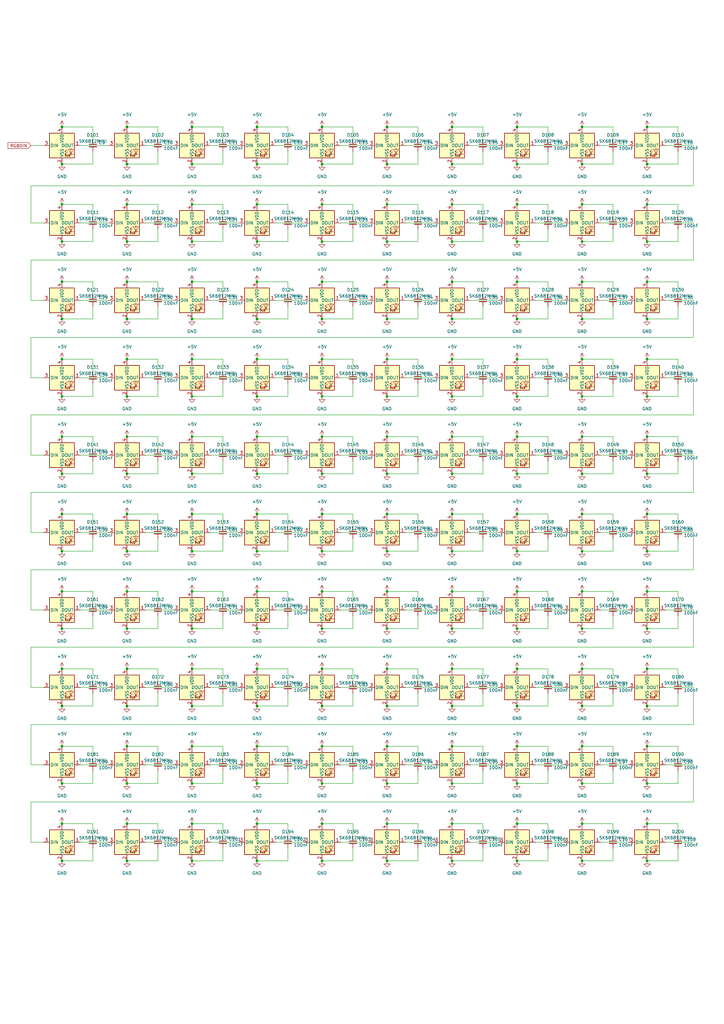
<source format=kicad_sch>
(kicad_sch (version 20211123) (generator eeschema)
  (paper "A3" portrait)
  (junction (at 158.75 226.06))
  (junction (at 158.75 321.31))
  (junction (at 78.74 257.81))
  (junction (at 52.07 162.56))
  (junction (at 238.76 162.56))
  (junction (at 132.08 130.81))
  (junction (at 158.75 289.56))
  (junction (at 265.43 226.06))
  (junction (at 238.76 257.81))
  (junction (at 238.76 289.56))
  (junction (at 105.41 242.57))
  (junction (at 265.43 115.57))
  (junction (at 265.43 99.06))
  (junction (at 25.4 115.57))
  (junction (at 158.75 257.81))
  (junction (at 52.07 257.81))
  (junction (at 78.74 321.31))
  (junction (at 78.74 67.31))
  (junction (at 105.41 274.32))
  (junction (at 265.43 52.07))
  (junction (at 52.07 67.31))
  (junction (at 158.75 83.82))
  (junction (at 265.43 257.81))
  (junction (at 238.76 337.82))
  (junction (at 132.08 210.82))
  (junction (at 105.41 289.56))
  (junction (at 212.09 115.57))
  (junction (at 25.4 321.31))
  (junction (at 238.76 274.32))
  (junction (at 25.4 289.56))
  (junction (at 158.75 115.57))
  (junction (at 212.09 210.82))
  (junction (at 212.09 147.32))
  (junction (at 238.76 147.32))
  (junction (at 185.42 67.31))
  (junction (at 212.09 162.56))
  (junction (at 185.42 179.07))
  (junction (at 105.41 321.31))
  (junction (at 265.43 194.31))
  (junction (at 105.41 257.81))
  (junction (at 78.74 337.82))
  (junction (at 132.08 337.82))
  (junction (at 212.09 194.31))
  (junction (at 52.07 130.81))
  (junction (at 185.42 52.07))
  (junction (at 78.74 179.07))
  (junction (at 25.4 179.07))
  (junction (at 185.42 83.82))
  (junction (at 25.4 67.31))
  (junction (at 265.43 289.56))
  (junction (at 52.07 179.07))
  (junction (at 238.76 194.31))
  (junction (at 105.41 99.06))
  (junction (at 185.42 130.81))
  (junction (at 212.09 179.07))
  (junction (at 158.75 194.31))
  (junction (at 105.41 194.31))
  (junction (at 52.07 274.32))
  (junction (at 238.76 306.07))
  (junction (at 238.76 115.57))
  (junction (at 185.42 226.06))
  (junction (at 265.43 353.06))
  (junction (at 265.43 337.82))
  (junction (at 52.07 210.82))
  (junction (at 78.74 289.56))
  (junction (at 212.09 306.07))
  (junction (at 52.07 194.31))
  (junction (at 25.4 147.32))
  (junction (at 265.43 242.57))
  (junction (at 212.09 289.56))
  (junction (at 25.4 242.57))
  (junction (at 185.42 162.56))
  (junction (at 25.4 337.82))
  (junction (at 238.76 67.31))
  (junction (at 265.43 306.07))
  (junction (at 52.07 242.57))
  (junction (at 105.41 115.57))
  (junction (at 132.08 179.07))
  (junction (at 25.4 130.81))
  (junction (at 158.75 162.56))
  (junction (at 158.75 306.07))
  (junction (at 212.09 321.31))
  (junction (at 52.07 52.07))
  (junction (at 25.4 162.56))
  (junction (at 158.75 210.82))
  (junction (at 265.43 147.32))
  (junction (at 78.74 130.81))
  (junction (at 78.74 226.06))
  (junction (at 105.41 306.07))
  (junction (at 105.41 130.81))
  (junction (at 132.08 226.06))
  (junction (at 185.42 194.31))
  (junction (at 238.76 321.31))
  (junction (at 212.09 226.06))
  (junction (at 25.4 210.82))
  (junction (at 158.75 337.82))
  (junction (at 52.07 289.56))
  (junction (at 185.42 115.57))
  (junction (at 158.75 274.32))
  (junction (at 238.76 353.06))
  (junction (at 212.09 353.06))
  (junction (at 78.74 274.32))
  (junction (at 78.74 83.82))
  (junction (at 185.42 306.07))
  (junction (at 132.08 274.32))
  (junction (at 185.42 210.82))
  (junction (at 265.43 210.82))
  (junction (at 212.09 52.07))
  (junction (at 78.74 99.06))
  (junction (at 78.74 147.32))
  (junction (at 105.41 67.31))
  (junction (at 105.41 147.32))
  (junction (at 132.08 257.81))
  (junction (at 185.42 99.06))
  (junction (at 132.08 306.07))
  (junction (at 52.07 99.06))
  (junction (at 52.07 306.07))
  (junction (at 238.76 210.82))
  (junction (at 158.75 353.06))
  (junction (at 25.4 306.07))
  (junction (at 265.43 179.07))
  (junction (at 105.41 226.06))
  (junction (at 132.08 162.56))
  (junction (at 78.74 353.06))
  (junction (at 78.74 306.07))
  (junction (at 265.43 130.81))
  (junction (at 105.41 179.07))
  (junction (at 158.75 130.81))
  (junction (at 185.42 321.31))
  (junction (at 132.08 52.07))
  (junction (at 105.41 353.06))
  (junction (at 52.07 147.32))
  (junction (at 238.76 99.06))
  (junction (at 238.76 242.57))
  (junction (at 25.4 226.06))
  (junction (at 212.09 130.81))
  (junction (at 78.74 162.56))
  (junction (at 132.08 353.06))
  (junction (at 105.41 210.82))
  (junction (at 265.43 162.56))
  (junction (at 158.75 147.32))
  (junction (at 132.08 83.82))
  (junction (at 238.76 52.07))
  (junction (at 132.08 321.31))
  (junction (at 25.4 52.07))
  (junction (at 25.4 274.32))
  (junction (at 78.74 210.82))
  (junction (at 212.09 67.31))
  (junction (at 52.07 337.82))
  (junction (at 25.4 257.81))
  (junction (at 132.08 289.56))
  (junction (at 265.43 83.82))
  (junction (at 265.43 274.32))
  (junction (at 238.76 179.07))
  (junction (at 78.74 242.57))
  (junction (at 185.42 274.32))
  (junction (at 158.75 99.06))
  (junction (at 185.42 257.81))
  (junction (at 185.42 147.32))
  (junction (at 132.08 99.06))
  (junction (at 105.41 52.07))
  (junction (at 78.74 115.57))
  (junction (at 158.75 52.07))
  (junction (at 185.42 337.82))
  (junction (at 132.08 194.31))
  (junction (at 238.76 83.82))
  (junction (at 25.4 194.31))
  (junction (at 25.4 83.82))
  (junction (at 212.09 337.82))
  (junction (at 25.4 99.06))
  (junction (at 265.43 321.31))
  (junction (at 52.07 115.57))
  (junction (at 52.07 353.06))
  (junction (at 25.4 353.06))
  (junction (at 132.08 67.31))
  (junction (at 132.08 115.57))
  (junction (at 238.76 226.06))
  (junction (at 238.76 130.81))
  (junction (at 265.43 67.31))
  (junction (at 158.75 242.57))
  (junction (at 132.08 147.32))
  (junction (at 158.75 179.07))
  (junction (at 212.09 242.57))
  (junction (at 185.42 353.06))
  (junction (at 52.07 226.06))
  (junction (at 212.09 99.06))
  (junction (at 78.74 52.07))
  (junction (at 158.75 67.31))
  (junction (at 212.09 257.81))
  (junction (at 212.09 274.32))
  (junction (at 52.07 321.31))
  (junction (at 105.41 83.82))
  (junction (at 185.42 289.56))
  (junction (at 105.41 337.82))
  (junction (at 212.09 83.82))
  (junction (at 185.42 242.57))
  (junction (at 78.74 194.31))
  (junction (at 105.41 162.56))
  (junction (at 132.08 242.57))
  (junction (at 52.07 83.82))
  (wire (pts (xy 224.79 147.32) (xy 224.79 152.4)))
  (wire (pts (xy 38.1 147.32) (xy 38.1 152.4)))
  (wire (pts (xy 224.79 115.57) (xy 224.79 120.65)))
  (wire (pts (xy 144.78 99.06) (xy 144.78 93.98)))
  (wire (pts (xy 91.44 147.32) (xy 91.44 152.4)))
  (wire (pts (xy 158.75 289.56) (xy 171.45 289.56)))
  (wire (pts (xy 219.71 91.44) (xy 231.14 91.44)))
  (wire (pts (xy 59.69 91.44) (xy 71.12 91.44)))
  (wire (pts (xy 91.44 210.82) (xy 91.44 215.9)))
  (wire (pts (xy 251.46 83.82) (xy 251.46 88.9)))
  (wire (pts (xy 185.42 67.31) (xy 198.12 67.31)))
  (wire (pts (xy 59.69 345.44) (xy 71.12 345.44)))
  (wire (pts (xy 284.48 265.43) (xy 12.7 265.43)))
  (wire (pts (xy 64.77 147.32) (xy 64.77 152.4)))
  (wire (pts (xy 185.42 274.32) (xy 198.12 274.32)))
  (wire (pts (xy 91.44 115.57) (xy 91.44 120.65)))
  (wire (pts (xy 91.44 52.07) (xy 91.44 57.15)))
  (wire (pts (xy 91.44 274.32) (xy 91.44 279.4)))
  (wire (pts (xy 38.1 210.82) (xy 38.1 215.9)))
  (wire (pts (xy 105.41 52.07) (xy 118.11 52.07)))
  (wire (pts (xy 118.11 99.06) (xy 118.11 93.98)))
  (wire (pts (xy 265.43 179.07) (xy 278.13 179.07)))
  (wire (pts (xy 171.45 83.82) (xy 171.45 88.9)))
  (wire (pts (xy 238.76 306.07) (xy 251.46 306.07)))
  (wire (pts (xy 132.08 52.07) (xy 144.78 52.07)))
  (wire (pts (xy 171.45 257.81) (xy 171.45 252.73)))
  (wire (pts (xy 25.4 130.81) (xy 38.1 130.81)))
  (wire (pts (xy 139.7 154.94) (xy 151.13 154.94)))
  (wire (pts (xy 246.38 91.44) (xy 257.81 91.44)))
  (wire (pts (xy 246.38 154.94) (xy 257.81 154.94)))
  (wire (pts (xy 278.13 67.31) (xy 278.13 62.23)))
  (wire (pts (xy 139.7 313.69) (xy 151.13 313.69)))
  (wire (pts (xy 284.48 123.19) (xy 284.48 138.43)))
  (wire (pts (xy 246.38 250.19) (xy 257.81 250.19)))
  (wire (pts (xy 78.74 257.81) (xy 91.44 257.81)))
  (wire (pts (xy 25.4 67.31) (xy 38.1 67.31)))
  (wire (pts (xy 224.79 162.56) (xy 224.79 157.48)))
  (wire (pts (xy 171.45 242.57) (xy 171.45 247.65)))
  (wire (pts (xy 284.48 281.94) (xy 284.48 297.18)))
  (wire (pts (xy 52.07 337.82) (xy 64.77 337.82)))
  (wire (pts (xy 118.11 274.32) (xy 118.11 279.4)))
  (wire (pts (xy 193.04 123.19) (xy 204.47 123.19)))
  (wire (pts (xy 185.42 83.82) (xy 198.12 83.82)))
  (wire (pts (xy 105.41 67.31) (xy 118.11 67.31)))
  (wire (pts (xy 198.12 274.32) (xy 198.12 279.4)))
  (wire (pts (xy 238.76 321.31) (xy 251.46 321.31)))
  (wire (pts (xy 185.42 115.57) (xy 198.12 115.57)))
  (wire (pts (xy 132.08 83.82) (xy 144.78 83.82)))
  (wire (pts (xy 33.02 250.19) (xy 44.45 250.19)))
  (wire (pts (xy 193.04 91.44) (xy 204.47 91.44)))
  (wire (pts (xy 12.7 123.19) (xy 17.78 123.19)))
  (wire (pts (xy 265.43 52.07) (xy 278.13 52.07)))
  (wire (pts (xy 78.74 162.56) (xy 91.44 162.56)))
  (wire (pts (xy 265.43 353.06) (xy 278.13 353.06)))
  (wire (pts (xy 278.13 226.06) (xy 278.13 220.98)))
  (wire (pts (xy 166.37 345.44) (xy 177.8 345.44)))
  (wire (pts (xy 91.44 83.82) (xy 91.44 88.9)))
  (wire (pts (xy 144.78 337.82) (xy 144.78 342.9)))
  (wire (pts (xy 273.05 123.19) (xy 284.48 123.19)))
  (wire (pts (xy 251.46 162.56) (xy 251.46 157.48)))
  (wire (pts (xy 251.46 67.31) (xy 251.46 62.23)))
  (wire (pts (xy 265.43 67.31) (xy 278.13 67.31)))
  (wire (pts (xy 144.78 257.81) (xy 144.78 252.73)))
  (wire (pts (xy 91.44 179.07) (xy 91.44 184.15)))
  (wire (pts (xy 91.44 162.56) (xy 91.44 157.48)))
  (wire (pts (xy 158.75 147.32) (xy 171.45 147.32)))
  (wire (pts (xy 158.75 274.32) (xy 171.45 274.32)))
  (wire (pts (xy 78.74 67.31) (xy 91.44 67.31)))
  (wire (pts (xy 273.05 313.69) (xy 284.48 313.69)))
  (wire (pts (xy 171.45 274.32) (xy 171.45 279.4)))
  (wire (pts (xy 278.13 210.82) (xy 278.13 215.9)))
  (wire (pts (xy 265.43 306.07) (xy 278.13 306.07)))
  (wire (pts (xy 64.77 130.81) (xy 64.77 125.73)))
  (wire (pts (xy 251.46 99.06) (xy 251.46 93.98)))
  (wire (pts (xy 64.77 257.81) (xy 64.77 252.73)))
  (wire (pts (xy 113.03 59.69) (xy 124.46 59.69)))
  (wire (pts (xy 25.4 99.06) (xy 38.1 99.06)))
  (wire (pts (xy 278.13 52.07) (xy 278.13 57.15)))
  (wire (pts (xy 284.48 138.43) (xy 12.7 138.43)))
  (wire (pts (xy 25.4 226.06) (xy 38.1 226.06)))
  (wire (pts (xy 52.07 179.07) (xy 64.77 179.07)))
  (wire (pts (xy 284.48 218.44) (xy 284.48 233.68)))
  (wire (pts (xy 185.42 162.56) (xy 198.12 162.56)))
  (wire (pts (xy 171.45 226.06) (xy 171.45 220.98)))
  (wire (pts (xy 105.41 321.31) (xy 118.11 321.31)))
  (wire (pts (xy 52.07 242.57) (xy 64.77 242.57)))
  (wire (pts (xy 185.42 257.81) (xy 198.12 257.81)))
  (wire (pts (xy 198.12 353.06) (xy 198.12 347.98)))
  (wire (pts (xy 144.78 274.32) (xy 144.78 279.4)))
  (wire (pts (xy 166.37 186.69) (xy 177.8 186.69)))
  (wire (pts (xy 105.41 274.32) (xy 118.11 274.32)))
  (wire (pts (xy 38.1 289.56) (xy 38.1 284.48)))
  (wire (pts (xy 198.12 210.82) (xy 198.12 215.9)))
  (wire (pts (xy 38.1 162.56) (xy 38.1 157.48)))
  (wire (pts (xy 238.76 179.07) (xy 251.46 179.07)))
  (wire (pts (xy 171.45 210.82) (xy 171.45 215.9)))
  (wire (pts (xy 144.78 210.82) (xy 144.78 215.9)))
  (wire (pts (xy 12.7 345.44) (xy 17.78 345.44)))
  (wire (pts (xy 118.11 321.31) (xy 118.11 316.23)))
  (wire (pts (xy 139.7 345.44) (xy 151.13 345.44)))
  (wire (pts (xy 284.48 106.68) (xy 12.7 106.68)))
  (wire (pts (xy 198.12 147.32) (xy 198.12 152.4)))
  (wire (pts (xy 198.12 52.07) (xy 198.12 57.15)))
  (wire (pts (xy 38.1 257.81) (xy 38.1 252.73)))
  (wire (pts (xy 198.12 67.31) (xy 198.12 62.23)))
  (wire (pts (xy 219.71 281.94) (xy 231.14 281.94)))
  (wire (pts (xy 144.78 162.56) (xy 144.78 157.48)))
  (wire (pts (xy 273.05 154.94) (xy 284.48 154.94)))
  (wire (pts (xy 265.43 242.57) (xy 278.13 242.57)))
  (wire (pts (xy 113.03 123.19) (xy 124.46 123.19)))
  (wire (pts (xy 86.36 250.19) (xy 97.79 250.19)))
  (wire (pts (xy 91.44 99.06) (xy 91.44 93.98)))
  (wire (pts (xy 25.4 289.56) (xy 38.1 289.56)))
  (wire (pts (xy 219.71 186.69) (xy 231.14 186.69)))
  (wire (pts (xy 105.41 179.07) (xy 118.11 179.07)))
  (wire (pts (xy 144.78 147.32) (xy 144.78 152.4)))
  (wire (pts (xy 139.7 218.44) (xy 151.13 218.44)))
  (wire (pts (xy 78.74 353.06) (xy 91.44 353.06)))
  (wire (pts (xy 224.79 194.31) (xy 224.79 189.23)))
  (wire (pts (xy 265.43 99.06) (xy 278.13 99.06)))
  (wire (pts (xy 212.09 162.56) (xy 224.79 162.56)))
  (wire (pts (xy 86.36 59.69) (xy 97.79 59.69)))
  (wire (pts (xy 198.12 179.07) (xy 198.12 184.15)))
  (wire (pts (xy 198.12 289.56) (xy 198.12 284.48)))
  (wire (pts (xy 132.08 147.32) (xy 144.78 147.32)))
  (wire (pts (xy 224.79 321.31) (xy 224.79 316.23)))
  (wire (pts (xy 198.12 99.06) (xy 198.12 93.98)))
  (wire (pts (xy 212.09 67.31) (xy 224.79 67.31)))
  (wire (pts (xy 59.69 281.94) (xy 71.12 281.94)))
  (wire (pts (xy 212.09 194.31) (xy 224.79 194.31)))
  (wire (pts (xy 251.46 257.81) (xy 251.46 252.73)))
  (wire (pts (xy 212.09 83.82) (xy 224.79 83.82)))
  (wire (pts (xy 38.1 306.07) (xy 38.1 311.15)))
  (wire (pts (xy 25.4 179.07) (xy 38.1 179.07)))
  (wire (pts (xy 25.4 337.82) (xy 38.1 337.82)))
  (wire (pts (xy 25.4 257.81) (xy 38.1 257.81)))
  (wire (pts (xy 144.78 289.56) (xy 144.78 284.48)))
  (wire (pts (xy 251.46 306.07) (xy 251.46 311.15)))
  (wire (pts (xy 64.77 306.07) (xy 64.77 311.15)))
  (wire (pts (xy 238.76 67.31) (xy 251.46 67.31)))
  (wire (pts (xy 273.05 345.44) (xy 284.48 345.44)))
  (wire (pts (xy 105.41 162.56) (xy 118.11 162.56)))
  (wire (pts (xy 78.74 306.07) (xy 91.44 306.07)))
  (wire (pts (xy 185.42 179.07) (xy 198.12 179.07)))
  (wire (pts (xy 12.7 297.18) (xy 12.7 313.69)))
  (wire (pts (xy 219.71 154.94) (xy 231.14 154.94)))
  (wire (pts (xy 91.44 289.56) (xy 91.44 284.48)))
  (wire (pts (xy 52.07 99.06) (xy 64.77 99.06)))
  (wire (pts (xy 59.69 186.69) (xy 71.12 186.69)))
  (wire (pts (xy 193.04 281.94) (xy 204.47 281.94)))
  (wire (pts (xy 12.7 59.69) (xy 17.78 59.69)))
  (wire (pts (xy 25.4 321.31) (xy 38.1 321.31)))
  (wire (pts (xy 278.13 242.57) (xy 278.13 247.65)))
  (wire (pts (xy 212.09 274.32) (xy 224.79 274.32)))
  (wire (pts (xy 185.42 130.81) (xy 198.12 130.81)))
  (wire (pts (xy 238.76 115.57) (xy 251.46 115.57)))
  (wire (pts (xy 132.08 353.06) (xy 144.78 353.06)))
  (wire (pts (xy 246.38 281.94) (xy 257.81 281.94)))
  (wire (pts (xy 278.13 194.31) (xy 278.13 189.23)))
  (wire (pts (xy 59.69 313.69) (xy 71.12 313.69)))
  (wire (pts (xy 224.79 353.06) (xy 224.79 347.98)))
  (wire (pts (xy 238.76 257.81) (xy 251.46 257.81)))
  (wire (pts (xy 251.46 210.82) (xy 251.46 215.9)))
  (wire (pts (xy 25.4 306.07) (xy 38.1 306.07)))
  (wire (pts (xy 166.37 281.94) (xy 177.8 281.94)))
  (wire (pts (xy 113.03 186.69) (xy 124.46 186.69)))
  (wire (pts (xy 59.69 250.19) (xy 71.12 250.19)))
  (wire (pts (xy 265.43 289.56) (xy 278.13 289.56)))
  (wire (pts (xy 171.45 67.31) (xy 171.45 62.23)))
  (wire (pts (xy 105.41 306.07) (xy 118.11 306.07)))
  (wire (pts (xy 118.11 353.06) (xy 118.11 347.98)))
  (wire (pts (xy 38.1 99.06) (xy 38.1 93.98)))
  (wire (pts (xy 118.11 257.81) (xy 118.11 252.73)))
  (wire (pts (xy 166.37 313.69) (xy 177.8 313.69)))
  (wire (pts (xy 158.75 115.57) (xy 171.45 115.57)))
  (wire (pts (xy 212.09 226.06) (xy 224.79 226.06)))
  (wire (pts (xy 132.08 289.56) (xy 144.78 289.56)))
  (wire (pts (xy 158.75 257.81) (xy 171.45 257.81)))
  (wire (pts (xy 33.02 154.94) (xy 44.45 154.94)))
  (wire (pts (xy 64.77 115.57) (xy 64.77 120.65)))
  (wire (pts (xy 251.46 321.31) (xy 251.46 316.23)))
  (wire (pts (xy 246.38 123.19) (xy 257.81 123.19)))
  (wire (pts (xy 265.43 337.82) (xy 278.13 337.82)))
  (wire (pts (xy 105.41 147.32) (xy 118.11 147.32)))
  (wire (pts (xy 64.77 67.31) (xy 64.77 62.23)))
  (wire (pts (xy 132.08 337.82) (xy 144.78 337.82)))
  (wire (pts (xy 224.79 52.07) (xy 224.79 57.15)))
  (wire (pts (xy 185.42 52.07) (xy 198.12 52.07)))
  (wire (pts (xy 64.77 99.06) (xy 64.77 93.98)))
  (wire (pts (xy 219.71 218.44) (xy 231.14 218.44)))
  (wire (pts (xy 38.1 242.57) (xy 38.1 247.65)))
  (wire (pts (xy 224.79 179.07) (xy 224.79 184.15)))
  (wire (pts (xy 78.74 179.07) (xy 91.44 179.07)))
  (wire (pts (xy 166.37 123.19) (xy 177.8 123.19)))
  (wire (pts (xy 278.13 257.81) (xy 278.13 252.73)))
  (wire (pts (xy 78.74 274.32) (xy 91.44 274.32)))
  (wire (pts (xy 12.7 313.69) (xy 17.78 313.69)))
  (wire (pts (xy 278.13 337.82) (xy 278.13 342.9)))
  (wire (pts (xy 25.4 274.32) (xy 38.1 274.32)))
  (wire (pts (xy 158.75 353.06) (xy 171.45 353.06)))
  (wire (pts (xy 198.12 306.07) (xy 198.12 311.15)))
  (wire (pts (xy 113.03 345.44) (xy 124.46 345.44)))
  (wire (pts (xy 64.77 83.82) (xy 64.77 88.9)))
  (wire (pts (xy 38.1 274.32) (xy 38.1 279.4)))
  (wire (pts (xy 278.13 99.06) (xy 278.13 93.98)))
  (wire (pts (xy 238.76 194.31) (xy 251.46 194.31)))
  (wire (pts (xy 198.12 337.82) (xy 198.12 342.9)))
  (wire (pts (xy 265.43 115.57) (xy 278.13 115.57)))
  (wire (pts (xy 265.43 130.81) (xy 278.13 130.81)))
  (wire (pts (xy 158.75 52.07) (xy 171.45 52.07)))
  (wire (pts (xy 59.69 218.44) (xy 71.12 218.44)))
  (wire (pts (xy 158.75 210.82) (xy 171.45 210.82)))
  (wire (pts (xy 265.43 274.32) (xy 278.13 274.32)))
  (wire (pts (xy 224.79 306.07) (xy 224.79 311.15)))
  (wire (pts (xy 224.79 337.82) (xy 224.79 342.9)))
  (wire (pts (xy 38.1 353.06) (xy 38.1 347.98)))
  (wire (pts (xy 118.11 337.82) (xy 118.11 342.9)))
  (wire (pts (xy 25.4 353.06) (xy 38.1 353.06)))
  (wire (pts (xy 224.79 274.32) (xy 224.79 279.4)))
  (wire (pts (xy 118.11 130.81) (xy 118.11 125.73)))
  (wire (pts (xy 158.75 226.06) (xy 171.45 226.06)))
  (wire (pts (xy 64.77 242.57) (xy 64.77 247.65)))
  (wire (pts (xy 78.74 242.57) (xy 91.44 242.57)))
  (wire (pts (xy 158.75 306.07) (xy 171.45 306.07)))
  (wire (pts (xy 113.03 313.69) (xy 124.46 313.69)))
  (wire (pts (xy 12.7 91.44) (xy 17.78 91.44)))
  (wire (pts (xy 284.48 76.2) (xy 12.7 76.2)))
  (wire (pts (xy 91.44 194.31) (xy 91.44 189.23)))
  (wire (pts (xy 166.37 218.44) (xy 177.8 218.44)))
  (wire (pts (xy 224.79 130.81) (xy 224.79 125.73)))
  (wire (pts (xy 59.69 154.94) (xy 71.12 154.94)))
  (wire (pts (xy 193.04 250.19) (xy 204.47 250.19)))
  (wire (pts (xy 265.43 83.82) (xy 278.13 83.82)))
  (wire (pts (xy 52.07 257.81) (xy 64.77 257.81)))
  (wire (pts (xy 166.37 250.19) (xy 177.8 250.19)))
  (wire (pts (xy 33.02 281.94) (xy 44.45 281.94)))
  (wire (pts (xy 265.43 194.31) (xy 278.13 194.31)))
  (wire (pts (xy 144.78 130.81) (xy 144.78 125.73)))
  (wire (pts (xy 284.48 170.18) (xy 12.7 170.18)))
  (wire (pts (xy 12.7 154.94) (xy 17.78 154.94)))
  (wire (pts (xy 64.77 274.32) (xy 64.77 279.4)))
  (wire (pts (xy 118.11 306.07) (xy 118.11 311.15)))
  (wire (pts (xy 12.7 76.2) (xy 12.7 91.44)))
  (wire (pts (xy 185.42 289.56) (xy 198.12 289.56)))
  (wire (pts (xy 278.13 83.82) (xy 278.13 88.9)))
  (wire (pts (xy 118.11 226.06) (xy 118.11 220.98)))
  (wire (pts (xy 185.42 321.31) (xy 198.12 321.31)))
  (wire (pts (xy 33.02 313.69) (xy 44.45 313.69)))
  (wire (pts (xy 139.7 186.69) (xy 151.13 186.69)))
  (wire (pts (xy 33.02 186.69) (xy 44.45 186.69)))
  (wire (pts (xy 12.7 218.44) (xy 17.78 218.44)))
  (wire (pts (xy 251.46 52.07) (xy 251.46 57.15)))
  (wire (pts (xy 224.79 83.82) (xy 224.79 88.9)))
  (wire (pts (xy 238.76 99.06) (xy 251.46 99.06)))
  (wire (pts (xy 64.77 179.07) (xy 64.77 184.15)))
  (wire (pts (xy 193.04 313.69) (xy 204.47 313.69)))
  (wire (pts (xy 251.46 242.57) (xy 251.46 247.65)))
  (wire (pts (xy 139.7 59.69) (xy 151.13 59.69)))
  (wire (pts (xy 158.75 337.82) (xy 171.45 337.82)))
  (wire (pts (xy 212.09 99.06) (xy 224.79 99.06)))
  (wire (pts (xy 91.44 257.81) (xy 91.44 252.73)))
  (wire (pts (xy 278.13 321.31) (xy 278.13 316.23)))
  (wire (pts (xy 38.1 194.31) (xy 38.1 189.23)))
  (wire (pts (xy 118.11 179.07) (xy 118.11 184.15)))
  (wire (pts (xy 105.41 257.81) (xy 118.11 257.81)))
  (wire (pts (xy 198.12 130.81) (xy 198.12 125.73)))
  (wire (pts (xy 118.11 67.31) (xy 118.11 62.23)))
  (wire (pts (xy 198.12 162.56) (xy 198.12 157.48)))
  (wire (pts (xy 144.78 321.31) (xy 144.78 316.23)))
  (wire (pts (xy 238.76 274.32) (xy 251.46 274.32)))
  (wire (pts (xy 33.02 59.69) (xy 44.45 59.69)))
  (wire (pts (xy 198.12 226.06) (xy 198.12 220.98)))
  (wire (pts (xy 224.79 289.56) (xy 224.79 284.48)))
  (wire (pts (xy 171.45 337.82) (xy 171.45 342.9)))
  (wire (pts (xy 158.75 194.31) (xy 171.45 194.31)))
  (wire (pts (xy 284.48 186.69) (xy 284.48 201.93)))
  (wire (pts (xy 198.12 83.82) (xy 198.12 88.9)))
  (wire (pts (xy 64.77 226.06) (xy 64.77 220.98)))
  (wire (pts (xy 158.75 99.06) (xy 171.45 99.06)))
  (wire (pts (xy 273.05 218.44) (xy 284.48 218.44)))
  (wire (pts (xy 224.79 210.82) (xy 224.79 215.9)))
  (wire (pts (xy 91.44 306.07) (xy 91.44 311.15)))
  (wire (pts (xy 105.41 289.56) (xy 118.11 289.56)))
  (wire (pts (xy 219.71 123.19) (xy 231.14 123.19)))
  (wire (pts (xy 273.05 91.44) (xy 284.48 91.44)))
  (wire (pts (xy 198.12 242.57) (xy 198.12 247.65)))
  (wire (pts (xy 78.74 52.07) (xy 91.44 52.07)))
  (wire (pts (xy 198.12 257.81) (xy 198.12 252.73)))
  (wire (pts (xy 64.77 353.06) (xy 64.77 347.98)))
  (wire (pts (xy 171.45 147.32) (xy 171.45 152.4)))
  (wire (pts (xy 52.07 162.56) (xy 64.77 162.56)))
  (wire (pts (xy 212.09 242.57) (xy 224.79 242.57)))
  (wire (pts (xy 251.46 130.81) (xy 251.46 125.73)))
  (wire (pts (xy 52.07 52.07) (xy 64.77 52.07)))
  (wire (pts (xy 171.45 194.31) (xy 171.45 189.23)))
  (wire (pts (xy 284.48 154.94) (xy 284.48 170.18)))
  (wire (pts (xy 238.76 289.56) (xy 251.46 289.56)))
  (wire (pts (xy 64.77 321.31) (xy 64.77 316.23)))
  (wire (pts (xy 212.09 147.32) (xy 224.79 147.32)))
  (wire (pts (xy 52.07 226.06) (xy 64.77 226.06)))
  (wire (pts (xy 78.74 210.82) (xy 91.44 210.82)))
  (wire (pts (xy 185.42 210.82) (xy 198.12 210.82)))
  (wire (pts (xy 132.08 162.56) (xy 144.78 162.56)))
  (wire (pts (xy 118.11 242.57) (xy 118.11 247.65)))
  (wire (pts (xy 212.09 337.82) (xy 224.79 337.82)))
  (wire (pts (xy 86.36 186.69) (xy 97.79 186.69)))
  (wire (pts (xy 278.13 162.56) (xy 278.13 157.48)))
  (wire (pts (xy 12.7 170.18) (xy 12.7 186.69)))
  (wire (pts (xy 212.09 289.56) (xy 224.79 289.56)))
  (wire (pts (xy 132.08 194.31) (xy 144.78 194.31)))
  (wire (pts (xy 118.11 162.56) (xy 118.11 157.48)))
  (wire (pts (xy 212.09 52.07) (xy 224.79 52.07)))
  (wire (pts (xy 246.38 59.69) (xy 257.81 59.69)))
  (wire (pts (xy 64.77 337.82) (xy 64.77 342.9)))
  (wire (pts (xy 212.09 306.07) (xy 224.79 306.07)))
  (wire (pts (xy 193.04 59.69) (xy 204.47 59.69)))
  (wire (pts (xy 171.45 306.07) (xy 171.45 311.15)))
  (wire (pts (xy 52.07 194.31) (xy 64.77 194.31)))
  (wire (pts (xy 251.46 353.06) (xy 251.46 347.98)))
  (wire (pts (xy 278.13 353.06) (xy 278.13 347.98)))
  (wire (pts (xy 224.79 257.81) (xy 224.79 252.73)))
  (wire (pts (xy 144.78 83.82) (xy 144.78 88.9)))
  (wire (pts (xy 78.74 194.31) (xy 91.44 194.31)))
  (wire (pts (xy 132.08 115.57) (xy 144.78 115.57)))
  (wire (pts (xy 132.08 226.06) (xy 144.78 226.06)))
  (wire (pts (xy 212.09 321.31) (xy 224.79 321.31)))
  (wire (pts (xy 224.79 242.57) (xy 224.79 247.65)))
  (wire (pts (xy 251.46 289.56) (xy 251.46 284.48)))
  (wire (pts (xy 273.05 281.94) (xy 284.48 281.94)))
  (wire (pts (xy 278.13 179.07) (xy 278.13 184.15)))
  (wire (pts (xy 246.38 313.69) (xy 257.81 313.69)))
  (wire (pts (xy 238.76 83.82) (xy 251.46 83.82)))
  (wire (pts (xy 105.41 194.31) (xy 118.11 194.31)))
  (wire (pts (xy 193.04 186.69) (xy 204.47 186.69)))
  (wire (pts (xy 284.48 233.68) (xy 12.7 233.68)))
  (wire (pts (xy 64.77 194.31) (xy 64.77 189.23)))
  (wire (pts (xy 144.78 242.57) (xy 144.78 247.65)))
  (wire (pts (xy 12.7 186.69) (xy 17.78 186.69)))
  (wire (pts (xy 158.75 83.82) (xy 171.45 83.82)))
  (wire (pts (xy 171.45 179.07) (xy 171.45 184.15)))
  (wire (pts (xy 158.75 321.31) (xy 171.45 321.31)))
  (wire (pts (xy 238.76 210.82) (xy 251.46 210.82)))
  (wire (pts (xy 25.4 242.57) (xy 38.1 242.57)))
  (wire (pts (xy 251.46 115.57) (xy 251.46 120.65)))
  (wire (pts (xy 118.11 147.32) (xy 118.11 152.4)))
  (wire (pts (xy 224.79 226.06) (xy 224.79 220.98)))
  (wire (pts (xy 132.08 274.32) (xy 144.78 274.32)))
  (wire (pts (xy 144.78 353.06) (xy 144.78 347.98)))
  (wire (pts (xy 224.79 67.31) (xy 224.79 62.23)))
  (wire (pts (xy 212.09 179.07) (xy 224.79 179.07)))
  (wire (pts (xy 219.71 345.44) (xy 231.14 345.44)))
  (wire (pts (xy 33.02 345.44) (xy 44.45 345.44)))
  (wire (pts (xy 185.42 337.82) (xy 198.12 337.82)))
  (wire (pts (xy 251.46 337.82) (xy 251.46 342.9)))
  (wire (pts (xy 78.74 99.06) (xy 91.44 99.06)))
  (wire (pts (xy 105.41 242.57) (xy 118.11 242.57)))
  (wire (pts (xy 33.02 91.44) (xy 44.45 91.44)))
  (wire (pts (xy 171.45 115.57) (xy 171.45 120.65)))
  (wire (pts (xy 265.43 257.81) (xy 278.13 257.81)))
  (wire (pts (xy 38.1 52.07) (xy 38.1 57.15)))
  (wire (pts (xy 52.07 306.07) (xy 64.77 306.07)))
  (wire (pts (xy 113.03 91.44) (xy 124.46 91.44)))
  (wire (pts (xy 265.43 147.32) (xy 278.13 147.32)))
  (wire (pts (xy 144.78 194.31) (xy 144.78 189.23)))
  (wire (pts (xy 251.46 226.06) (xy 251.46 220.98)))
  (wire (pts (xy 158.75 130.81) (xy 171.45 130.81)))
  (wire (pts (xy 238.76 130.81) (xy 251.46 130.81)))
  (wire (pts (xy 132.08 67.31) (xy 144.78 67.31)))
  (wire (pts (xy 144.78 306.07) (xy 144.78 311.15)))
  (wire (pts (xy 52.07 67.31) (xy 64.77 67.31)))
  (wire (pts (xy 132.08 306.07) (xy 144.78 306.07)))
  (wire (pts (xy 212.09 130.81) (xy 224.79 130.81)))
  (wire (pts (xy 185.42 194.31) (xy 198.12 194.31)))
  (wire (pts (xy 118.11 210.82) (xy 118.11 215.9)))
  (wire (pts (xy 278.13 115.57) (xy 278.13 120.65)))
  (wire (pts (xy 171.45 52.07) (xy 171.45 57.15)))
  (wire (pts (xy 105.41 337.82) (xy 118.11 337.82)))
  (wire (pts (xy 25.4 194.31) (xy 38.1 194.31)))
  (wire (pts (xy 171.45 289.56) (xy 171.45 284.48)))
  (wire (pts (xy 238.76 242.57) (xy 251.46 242.57)))
  (wire (pts (xy 278.13 289.56) (xy 278.13 284.48)))
  (wire (pts (xy 33.02 218.44) (xy 44.45 218.44)))
  (wire (pts (xy 78.74 115.57) (xy 91.44 115.57)))
  (wire (pts (xy 158.75 242.57) (xy 171.45 242.57)))
  (wire (pts (xy 278.13 306.07) (xy 278.13 311.15)))
  (wire (pts (xy 238.76 337.82) (xy 251.46 337.82)))
  (wire (pts (xy 91.44 67.31) (xy 91.44 62.23)))
  (wire (pts (xy 52.07 130.81) (xy 64.77 130.81)))
  (wire (pts (xy 273.05 59.69) (xy 284.48 59.69)))
  (wire (pts (xy 105.41 83.82) (xy 118.11 83.82)))
  (wire (pts (xy 212.09 115.57) (xy 224.79 115.57)))
  (wire (pts (xy 12.7 201.93) (xy 12.7 218.44)))
  (wire (pts (xy 86.36 345.44) (xy 97.79 345.44)))
  (wire (pts (xy 171.45 130.81) (xy 171.45 125.73)))
  (wire (pts (xy 251.46 194.31) (xy 251.46 189.23)))
  (wire (pts (xy 12.7 233.68) (xy 12.7 250.19)))
  (wire (pts (xy 132.08 242.57) (xy 144.78 242.57)))
  (wire (pts (xy 278.13 130.81) (xy 278.13 125.73)))
  (wire (pts (xy 193.04 218.44) (xy 204.47 218.44)))
  (wire (pts (xy 238.76 226.06) (xy 251.46 226.06)))
  (wire (pts (xy 52.07 321.31) (xy 64.77 321.31)))
  (wire (pts (xy 238.76 162.56) (xy 251.46 162.56)))
  (wire (pts (xy 113.03 218.44) (xy 124.46 218.44)))
  (wire (pts (xy 171.45 162.56) (xy 171.45 157.48)))
  (wire (pts (xy 219.71 313.69) (xy 231.14 313.69)))
  (wire (pts (xy 52.07 115.57) (xy 64.77 115.57)))
  (wire (pts (xy 212.09 210.82) (xy 224.79 210.82)))
  (wire (pts (xy 118.11 83.82) (xy 118.11 88.9)))
  (wire (pts (xy 78.74 83.82) (xy 91.44 83.82)))
  (wire (pts (xy 86.36 218.44) (xy 97.79 218.44)))
  (wire (pts (xy 273.05 250.19) (xy 284.48 250.19)))
  (wire (pts (xy 284.48 59.69) (xy 284.48 76.2)))
  (wire (pts (xy 284.48 250.19) (xy 284.48 265.43)))
  (wire (pts (xy 284.48 297.18) (xy 12.7 297.18)))
  (wire (pts (xy 132.08 321.31) (xy 144.78 321.31)))
  (wire (pts (xy 132.08 257.81) (xy 144.78 257.81)))
  (wire (pts (xy 198.12 115.57) (xy 198.12 120.65)))
  (wire (pts (xy 38.1 83.82) (xy 38.1 88.9)))
  (wire (pts (xy 86.36 91.44) (xy 97.79 91.44)))
  (wire (pts (xy 25.4 147.32) (xy 38.1 147.32)))
  (wire (pts (xy 38.1 130.81) (xy 38.1 125.73)))
  (wire (pts (xy 132.08 99.06) (xy 144.78 99.06)))
  (wire (pts (xy 144.78 52.07) (xy 144.78 57.15)))
  (wire (pts (xy 158.75 162.56) (xy 171.45 162.56)))
  (wire (pts (xy 118.11 194.31) (xy 118.11 189.23)))
  (wire (pts (xy 144.78 67.31) (xy 144.78 62.23)))
  (wire (pts (xy 113.03 281.94) (xy 124.46 281.94)))
  (wire (pts (xy 118.11 289.56) (xy 118.11 284.48)))
  (wire (pts (xy 158.75 179.07) (xy 171.45 179.07)))
  (wire (pts (xy 224.79 99.06) (xy 224.79 93.98)))
  (wire (pts (xy 251.46 147.32) (xy 251.46 152.4)))
  (wire (pts (xy 86.36 313.69) (xy 97.79 313.69)))
  (wire (pts (xy 132.08 179.07) (xy 144.78 179.07)))
  (wire (pts (xy 25.4 162.56) (xy 38.1 162.56)))
  (wire (pts (xy 219.71 59.69) (xy 231.14 59.69)))
  (wire (pts (xy 251.46 274.32) (xy 251.46 279.4)))
  (wire (pts (xy 12.7 138.43) (xy 12.7 154.94)))
  (wire (pts (xy 273.05 186.69) (xy 284.48 186.69)))
  (wire (pts (xy 12.7 281.94) (xy 17.78 281.94)))
  (wire (pts (xy 25.4 83.82) (xy 38.1 83.82)))
  (wire (pts (xy 238.76 147.32) (xy 251.46 147.32)))
  (wire (pts (xy 251.46 179.07) (xy 251.46 184.15)))
  (wire (pts (xy 64.77 289.56) (xy 64.77 284.48)))
  (wire (pts (xy 52.07 353.06) (xy 64.77 353.06)))
  (wire (pts (xy 246.38 218.44) (xy 257.81 218.44)))
  (wire (pts (xy 52.07 274.32) (xy 64.77 274.32)))
  (wire (pts (xy 38.1 337.82) (xy 38.1 342.9)))
  (wire (pts (xy 105.41 210.82) (xy 118.11 210.82)))
  (wire (pts (xy 212.09 353.06) (xy 224.79 353.06)))
  (wire (pts (xy 185.42 226.06) (xy 198.12 226.06)))
  (wire (pts (xy 91.44 242.57) (xy 91.44 247.65)))
  (wire (pts (xy 38.1 179.07) (xy 38.1 184.15)))
  (wire (pts (xy 91.44 226.06) (xy 91.44 220.98)))
  (wire (pts (xy 284.48 328.93) (xy 12.7 328.93)))
  (wire (pts (xy 33.02 123.19) (xy 44.45 123.19)))
  (wire (pts (xy 59.69 123.19) (xy 71.12 123.19)))
  (wire (pts (xy 139.7 123.19) (xy 151.13 123.19)))
  (wire (pts (xy 12.7 250.19) (xy 17.78 250.19)))
  (wire (pts (xy 185.42 306.07) (xy 198.12 306.07)))
  (wire (pts (xy 64.77 162.56) (xy 64.77 157.48)))
  (wire (pts (xy 78.74 226.06) (xy 91.44 226.06)))
  (wire (pts (xy 78.74 337.82) (xy 91.44 337.82)))
  (wire (pts (xy 52.07 83.82) (xy 64.77 83.82)))
  (wire (pts (xy 166.37 154.94) (xy 177.8 154.94)))
  (wire (pts (xy 118.11 115.57) (xy 118.11 120.65)))
  (wire (pts (xy 246.38 345.44) (xy 257.81 345.44)))
  (wire (pts (xy 171.45 321.31) (xy 171.45 316.23)))
  (wire (pts (xy 64.77 210.82) (xy 64.77 215.9)))
  (wire (pts (xy 132.08 130.81) (xy 144.78 130.81)))
  (wire (pts (xy 25.4 210.82) (xy 38.1 210.82)))
  (wire (pts (xy 238.76 353.06) (xy 251.46 353.06)))
  (wire (pts (xy 105.41 99.06) (xy 118.11 99.06)))
  (wire (pts (xy 105.41 226.06) (xy 118.11 226.06)))
  (wire (pts (xy 265.43 210.82) (xy 278.13 210.82)))
  (wire (pts (xy 38.1 321.31) (xy 38.1 316.23)))
  (wire (pts (xy 166.37 91.44) (xy 177.8 91.44)))
  (wire (pts (xy 193.04 154.94) (xy 204.47 154.94)))
  (wire (pts (xy 91.44 353.06) (xy 91.44 347.98)))
  (wire (pts (xy 52.07 289.56) (xy 64.77 289.56)))
  (wire (pts (xy 166.37 59.69) (xy 177.8 59.69)))
  (wire (pts (xy 78.74 321.31) (xy 91.44 321.31)))
  (wire (pts (xy 12.7 328.93) (xy 12.7 345.44)))
  (wire (pts (xy 38.1 67.31) (xy 38.1 62.23)))
  (wire (pts (xy 25.4 115.57) (xy 38.1 115.57)))
  (wire (pts (xy 78.74 130.81) (xy 91.44 130.81)))
  (wire (pts (xy 12.7 265.43) (xy 12.7 281.94)))
  (wire (pts (xy 25.4 52.07) (xy 38.1 52.07)))
  (wire (pts (xy 185.42 147.32) (xy 198.12 147.32)))
  (wire (pts (xy 144.78 179.07) (xy 144.78 184.15)))
  (wire (pts (xy 284.48 91.44) (xy 284.48 106.68)))
  (wire (pts (xy 52.07 210.82) (xy 64.77 210.82)))
  (wire (pts (xy 12.7 106.68) (xy 12.7 123.19)))
  (wire (pts (xy 86.36 154.94) (xy 97.79 154.94)))
  (wire (pts (xy 238.76 52.07) (xy 251.46 52.07)))
  (wire (pts (xy 78.74 289.56) (xy 91.44 289.56)))
  (wire (pts (xy 139.7 91.44) (xy 151.13 91.44)))
  (wire (pts (xy 139.7 281.94) (xy 151.13 281.94)))
  (wire (pts (xy 105.41 353.06) (xy 118.11 353.06)))
  (wire (pts (xy 158.75 67.31) (xy 171.45 67.31)))
  (wire (pts (xy 265.43 162.56) (xy 278.13 162.56)))
  (wire (pts (xy 198.12 194.31) (xy 198.12 189.23)))
  (wire (pts (xy 132.08 210.82) (xy 144.78 210.82)))
  (wire (pts (xy 52.07 147.32) (xy 64.77 147.32)))
  (wire (pts (xy 171.45 353.06) (xy 171.45 347.98)))
  (wire (pts (xy 59.69 59.69) (xy 71.12 59.69)))
  (wire (pts (xy 78.74 147.32) (xy 91.44 147.32)))
  (wire (pts (xy 219.71 250.19) (xy 231.14 250.19)))
  (wire (pts (xy 118.11 52.07) (xy 118.11 57.15)))
  (wire (pts (xy 193.04 345.44) (xy 204.47 345.44)))
  (wire (pts (xy 91.44 130.81) (xy 91.44 125.73)))
  (wire (pts (xy 86.36 123.19) (xy 97.79 123.19)))
  (wire (pts (xy 212.09 257.81) (xy 224.79 257.81)))
  (wire (pts (xy 64.77 52.07) (xy 64.77 57.15)))
  (wire (pts (xy 185.42 99.06) (xy 198.12 99.06)))
  (wire (pts (xy 171.45 99.06) (xy 171.45 93.98)))
  (wire (pts (xy 185.42 353.06) (xy 198.12 353.06)))
  (wire (pts (xy 139.7 250.19) (xy 151.13 250.19)))
  (wire (pts (xy 105.41 115.57) (xy 118.11 115.57)))
  (wire (pts (xy 91.44 321.31) (xy 91.44 316.23)))
  (wire (pts (xy 38.1 226.06) (xy 38.1 220.98)))
  (wire (pts (xy 38.1 115.57) (xy 38.1 120.65)))
  (wire (pts (xy 265.43 226.06) (xy 278.13 226.06)))
  (wire (pts (xy 113.03 250.19) (xy 124.46 250.19)))
  (wire (pts (xy 246.38 186.69) (xy 257.81 186.69)))
  (wire (pts (xy 278.13 274.32) (xy 278.13 279.4)))
  (wire (pts (xy 91.44 337.82) (xy 91.44 342.9)))
  (wire (pts (xy 185.42 242.57) (xy 198.12 242.57)))
  (wire (pts (xy 284.48 313.69) (xy 284.48 328.93)))
  (wire (pts (xy 86.36 281.94) (xy 97.79 281.94)))
  (wire (pts (xy 113.03 154.94) (xy 124.46 154.94)))
  (wire (pts (xy 265.43 321.31) (xy 278.13 321.31)))
  (wire (pts (xy 278.13 147.32) (xy 278.13 152.4)))
  (wire (pts (xy 144.78 115.57) (xy 144.78 120.65)))
  (wire (pts (xy 198.12 321.31) (xy 198.12 316.23)))
  (wire (pts (xy 284.48 201.93) (xy 12.7 201.93)))
  (wire (pts (xy 144.78 226.06) (xy 144.78 220.98)))
  (wire (pts (xy 105.41 130.81) (xy 118.11 130.81)))
  (global_label "RGBDIN" (shape input) (at 12.7 59.69 180) (property "Intersheet References" "${INTERSHEET_REFS}" (effects hide)))
  (symbol (lib_id "power:+5V") (at 52.07 210.82 0) (unit 1)
    (property "Reference" "#PWR0117" (effects hide))
    (property "Value" "+5V" (at 52.07 205.74 0))
  )
  (symbol (lib_id "power:GND") (at 25.4 289.56 0) (unit 1)
    (property "Reference" "#PWR0166" (effects hide))
    (property "Value" "GND" (at 25.4 294.64 0))
  )
  (symbol (lib_id "Device:C_Small") (at 171.45 59.69 0) (unit 1)
    (property "Reference" "C14" (at 173.7868 58.5216 0) (effects (justify left)))
    (property "Value" "100nF" (at 173.7868 60.833 0) (effects (justify left)))
    (property "Footprint" "Capacitor_SMD:C_0805_2012Metric" (effects hide))
  )
  (symbol (lib_id "power:+5V") (at 265.43 115.57 0) (unit 1)
    (property "Reference" "#PWR065" (effects hide))
    (property "Value" "+5V" (at 265.43 110.49 0))
  )
  (symbol (lib_id "Device:C_Small") (at 144.78 281.94 0) (unit 1)
    (property "Reference" "C83" (at 147.1168 280.7716 0) (effects (justify left)))
    (property "Value" "100nF" (at 147.1168 283.083 0) (effects (justify left)))
    (property "Footprint" "Capacitor_SMD:C_0805_2012Metric" (effects hide))
  )
  (symbol (lib_id "power:GND") (at 105.41 226.06 0) (unit 1)
    (property "Reference" "#PWR0129" (effects hide))
    (property "Value" "GND" (at 105.41 231.14 0))
  )
  (symbol (lib_id "power:GND") (at 212.09 289.56 0) (unit 1)
    (property "Reference" "#PWR0173" (effects hide))
    (property "Value" "GND" (at 212.09 294.64 0))
  )
  (symbol (lib_id "power:+5V") (at 212.09 83.82 0) (unit 1)
    (property "Reference" "#PWR043" (effects hide))
    (property "Value" "+5V" (at 212.09 78.74 0))
  )
  (symbol (lib_id "LED:SK6812MINI") (at 132.08 186.69 0) (unit 1)
    (property "Reference" "D145" (at 144.78 182.3593 0))
    (property "Value" "SK6812MINI" (at 144.78 184.8993 0))
    (property "Footprint" "led:SK6812MINI_3.5x3.7mm_SMD-Flipped-Back" (effects hide))
    (property "Datasheet" "https://cdn-shop.adafruit.com/product-files/2686/SK6812MINI_REV.01-1-2.pdf" (effects hide))
  )
  (symbol (lib_id "Device:C_Small") (at 251.46 59.69 0) (unit 1)
    (property "Reference" "C17" (at 253.7968 58.5216 0) (effects (justify left)))
    (property "Value" "100nF" (at 253.7968 60.833 0) (effects (justify left)))
    (property "Footprint" "Capacitor_SMD:C_0805_2012Metric" (effects hide))
  )
  (symbol (lib_id "power:+5V") (at 212.09 242.57 0) (unit 1)
    (property "Reference" "#PWR0143" (effects hide))
    (property "Value" "+5V" (at 212.09 237.49 0))
  )
  (symbol (lib_id "power:GND") (at 132.08 353.06 0) (unit 1)
    (property "Reference" "#PWR0210" (effects hide))
    (property "Value" "GND" (at 132.08 358.14 0))
  )
  (symbol (lib_id "Device:C_Small") (at 251.46 281.94 0) (unit 1)
    (property "Reference" "C87" (at 253.7968 280.7716 0) (effects (justify left)))
    (property "Value" "100nF" (at 253.7968 283.083 0) (effects (justify left)))
    (property "Footprint" "Capacitor_SMD:C_0805_2012Metric" (effects hide))
  )
  (symbol (lib_id "Device:C_Small") (at 251.46 313.69 0) (unit 1)
    (property "Reference" "C97" (at 253.7968 312.5216 0) (effects (justify left)))
    (property "Value" "100nF" (at 253.7968 314.833 0) (effects (justify left)))
    (property "Footprint" "Capacitor_SMD:C_0805_2012Metric" (effects hide))
  )
  (symbol (lib_id "power:+5V") (at 25.4 115.57 0) (unit 1)
    (property "Reference" "#PWR056" (effects hide))
    (property "Value" "+5V" (at 25.4 110.49 0))
  )
  (symbol (lib_id "power:GND") (at 238.76 99.06 0) (unit 1)
    (property "Reference" "#PWR054" (effects hide))
    (property "Value" "GND" (at 238.76 104.14 0))
  )
  (symbol (lib_id "LED:SK6812MINI") (at 238.76 281.94 0) (unit 1)
    (property "Reference" "D179" (at 251.46 277.6093 0))
    (property "Value" "SK6812MINI" (at 251.46 280.1493 0))
    (property "Footprint" "led:SK6812MINI_3.5x3.7mm_SMD-Flipped-Back" (effects hide))
    (property "Datasheet" "https://cdn-shop.adafruit.com/product-files/2686/SK6812MINI_REV.01-1-2.pdf" (effects hide))
  )
  (symbol (lib_id "LED:SK6812MINI") (at 52.07 123.19 0) (unit 1)
    (property "Reference" "D122" (at 64.77 118.8593 0))
    (property "Value" "SK6812MINI" (at 64.77 121.3993 0))
    (property "Footprint" "led:SK6812MINI_3.5x3.7mm_SMD-Flipped-Back" (effects hide))
    (property "Datasheet" "https://cdn-shop.adafruit.com/product-files/2686/SK6812MINI_REV.01-1-2.pdf" (effects hide))
  )
  (symbol (lib_id "Device:C_Small") (at 91.44 186.69 0) (unit 1)
    (property "Reference" "C51" (at 93.7768 185.5216 0) (effects (justify left)))
    (property "Value" "100nF" (at 93.7768 187.833 0) (effects (justify left)))
    (property "Footprint" "Capacitor_SMD:C_0805_2012Metric" (effects hide))
  )
  (symbol (lib_id "LED:SK6812MINI") (at 78.74 345.44 0) (unit 1)
    (property "Reference" "D193" (at 91.44 341.1093 0))
    (property "Value" "SK6812MINI" (at 91.44 343.6493 0))
    (property "Footprint" "led:SK6812MINI_3.5x3.7mm_SMD-Flipped-Back" (effects hide))
    (property "Datasheet" "https://cdn-shop.adafruit.com/product-files/2686/SK6812MINI_REV.01-1-2.pdf" (effects hide))
  )
  (symbol (lib_id "Device:C_Small") (at 251.46 250.19 0) (unit 1)
    (property "Reference" "C77" (at 253.7968 249.0216 0) (effects (justify left)))
    (property "Value" "100nF" (at 253.7968 251.333 0) (effects (justify left)))
    (property "Footprint" "Capacitor_SMD:C_0805_2012Metric" (effects hide))
  )
  (symbol (lib_id "power:GND") (at 78.74 99.06 0) (unit 1)
    (property "Reference" "#PWR048" (effects hide))
    (property "Value" "GND" (at 78.74 104.14 0))
  )
  (symbol (lib_id "Device:C_Small") (at 91.44 345.44 0) (unit 1)
    (property "Reference" "C101" (at 93.7768 344.2716 0) (effects (justify left)))
    (property "Value" "100nF" (at 93.7768 346.583 0) (effects (justify left)))
    (property "Footprint" "Capacitor_SMD:C_0805_2012Metric" (effects hide))
  )
  (symbol (lib_id "power:+5V") (at 105.41 306.07 0) (unit 1)
    (property "Reference" "#PWR0179" (effects hide))
    (property "Value" "+5V" (at 105.41 300.99 0))
  )
  (symbol (lib_id "LED:SK6812MINI") (at 238.76 186.69 0) (unit 1)
    (property "Reference" "D149" (at 251.46 182.3593 0))
    (property "Value" "SK6812MINI" (at 251.46 184.8993 0))
    (property "Footprint" "led:SK6812MINI_3.5x3.7mm_SMD-Flipped-Back" (effects hide))
    (property "Datasheet" "https://cdn-shop.adafruit.com/product-files/2686/SK6812MINI_REV.01-1-2.pdf" (effects hide))
  )
  (symbol (lib_id "LED:SK6812MINI") (at 52.07 154.94 0) (unit 1)
    (property "Reference" "D132" (at 64.77 150.6093 0))
    (property "Value" "SK6812MINI" (at 64.77 153.1493 0))
    (property "Footprint" "led:SK6812MINI_3.5x3.7mm_SMD-Flipped-Back" (effects hide))
    (property "Datasheet" "https://cdn-shop.adafruit.com/product-files/2686/SK6812MINI_REV.01-1-2.pdf" (effects hide))
  )
  (symbol (lib_id "power:+5V") (at 52.07 274.32 0) (unit 1)
    (property "Reference" "#PWR0157" (effects hide))
    (property "Value" "+5V" (at 52.07 269.24 0))
  )
  (symbol (lib_id "LED:SK6812MINI") (at 158.75 218.44 0) (unit 1)
    (property "Reference" "D156" (at 171.45 214.1093 0))
    (property "Value" "SK6812MINI" (at 171.45 216.6493 0))
    (property "Footprint" "led:SK6812MINI_3.5x3.7mm_SMD-Flipped-Back" (effects hide))
    (property "Datasheet" "https://cdn-shop.adafruit.com/product-files/2686/SK6812MINI_REV.01-1-2.pdf" (effects hide))
  )
  (symbol (lib_id "Device:C_Small") (at 64.77 250.19 0) (unit 1)
    (property "Reference" "C70" (at 67.1068 249.0216 0) (effects (justify left)))
    (property "Value" "100nF" (at 67.1068 251.333 0) (effects (justify left)))
    (property "Footprint" "Capacitor_SMD:C_0805_2012Metric" (effects hide))
  )
  (symbol (lib_id "power:GND") (at 185.42 321.31 0) (unit 1)
    (property "Reference" "#PWR0192" (effects hide))
    (property "Value" "GND" (at 185.42 326.39 0))
  )
  (symbol (lib_id "Device:C_Small") (at 64.77 91.44 0) (unit 1)
    (property "Reference" "C20" (at 67.1068 90.2716 0) (effects (justify left)))
    (property "Value" "100nF" (at 67.1068 92.583 0) (effects (justify left)))
    (property "Footprint" "Capacitor_SMD:C_0805_2012Metric" (effects hide))
  )
  (symbol (lib_id "power:GND") (at 212.09 99.06 0) (unit 1)
    (property "Reference" "#PWR053" (effects hide))
    (property "Value" "GND" (at 212.09 104.14 0))
  )
  (symbol (lib_id "Device:C_Small") (at 224.79 91.44 0) (unit 1)
    (property "Reference" "C26" (at 227.1268 90.2716 0) (effects (justify left)))
    (property "Value" "100nF" (at 227.1268 92.583 0) (effects (justify left)))
    (property "Footprint" "Capacitor_SMD:C_0805_2012Metric" (effects hide))
  )
  (symbol (lib_id "power:GND") (at 25.4 226.06 0) (unit 1)
    (property "Reference" "#PWR0126" (effects hide))
    (property "Value" "GND" (at 25.4 231.14 0))
  )
  (symbol (lib_id "LED:SK6812MINI") (at 25.4 313.69 0) (unit 1)
    (property "Reference" "D181" (at 38.1 309.3593 0))
    (property "Value" "SK6812MINI" (at 38.1 311.8993 0))
    (property "Footprint" "led:SK6812MINI_3.5x3.7mm_SMD-Flipped-Back" (effects hide))
    (property "Datasheet" "https://cdn-shop.adafruit.com/product-files/2686/SK6812MINI_REV.01-1-2.pdf" (effects hide))
  )
  (symbol (lib_id "power:+5V") (at 265.43 83.82 0) (unit 1)
    (property "Reference" "#PWR045" (effects hide))
    (property "Value" "+5V" (at 265.43 78.74 0))
  )
  (symbol (lib_id "Device:C_Small") (at 118.11 281.94 0) (unit 1)
    (property "Reference" "C82" (at 120.4468 280.7716 0) (effects (justify left)))
    (property "Value" "100nF" (at 120.4468 283.083 0) (effects (justify left)))
    (property "Footprint" "Capacitor_SMD:C_0805_2012Metric" (effects hide))
  )
  (symbol (lib_id "LED:SK6812MINI") (at 25.4 154.94 0) (unit 1)
    (property "Reference" "D131" (at 38.1 150.6093 0))
    (property "Value" "SK6812MINI" (at 38.1 153.1493 0))
    (property "Footprint" "led:SK6812MINI_3.5x3.7mm_SMD-Flipped-Back" (effects hide))
    (property "Datasheet" "https://cdn-shop.adafruit.com/product-files/2686/SK6812MINI_REV.01-1-2.pdf" (effects hide))
  )
  (symbol (lib_id "power:+5V") (at 132.08 83.82 0) (unit 1)
    (property "Reference" "#PWR040" (effects hide))
    (property "Value" "+5V" (at 132.08 78.74 0))
  )
  (symbol (lib_id "LED:SK6812MINI") (at 212.09 345.44 0) (unit 1)
    (property "Reference" "D198" (at 224.79 341.1093 0))
    (property "Value" "SK6812MINI" (at 224.79 343.6493 0))
    (property "Footprint" "led:SK6812MINI_3.5x3.7mm_SMD-Flipped-Back" (effects hide))
    (property "Datasheet" "https://cdn-shop.adafruit.com/product-files/2686/SK6812MINI_REV.01-1-2.pdf" (effects hide))
  )
  (symbol (lib_id "power:+5V") (at 185.42 210.82 0) (unit 1)
    (property "Reference" "#PWR0122" (effects hide))
    (property "Value" "+5V" (at 185.42 205.74 0))
  )
  (symbol (lib_id "LED:SK6812MINI") (at 78.74 154.94 0) (unit 1)
    (property "Reference" "D133" (at 91.44 150.6093 0))
    (property "Value" "SK6812MINI" (at 91.44 153.1493 0))
    (property "Footprint" "led:SK6812MINI_3.5x3.7mm_SMD-Flipped-Back" (effects hide))
    (property "Datasheet" "https://cdn-shop.adafruit.com/product-files/2686/SK6812MINI_REV.01-1-2.pdf" (effects hide))
  )
  (symbol (lib_id "LED:SK6812MINI") (at 212.09 186.69 0) (unit 1)
    (property "Reference" "D148" (at 224.79 182.3593 0))
    (property "Value" "SK6812MINI" (at 224.79 184.8993 0))
    (property "Footprint" "led:SK6812MINI_3.5x3.7mm_SMD-Flipped-Back" (effects hide))
    (property "Datasheet" "https://cdn-shop.adafruit.com/product-files/2686/SK6812MINI_REV.01-1-2.pdf" (effects hide))
  )
  (symbol (lib_id "power:+5V") (at 238.76 147.32 0) (unit 1)
    (property "Reference" "#PWR084" (effects hide))
    (property "Value" "+5V" (at 238.76 142.24 0))
  )
  (symbol (lib_id "Device:C_Small") (at 171.45 281.94 0) (unit 1)
    (property "Reference" "C84" (at 173.7868 280.7716 0) (effects (justify left)))
    (property "Value" "100nF" (at 173.7868 283.083 0) (effects (justify left)))
    (property "Footprint" "Capacitor_SMD:C_0805_2012Metric" (effects hide))
  )
  (symbol (lib_id "Device:C_Small") (at 198.12 313.69 0) (unit 1)
    (property "Reference" "C95" (at 200.4568 312.5216 0) (effects (justify left)))
    (property "Value" "100nF" (at 200.4568 314.833 0) (effects (justify left)))
    (property "Footprint" "Capacitor_SMD:C_0805_2012Metric" (effects hide))
  )
  (symbol (lib_id "Device:C_Small") (at 144.78 59.69 0) (unit 1)
    (property "Reference" "C13" (at 147.1168 58.5216 0) (effects (justify left)))
    (property "Value" "100nF" (at 147.1168 60.833 0) (effects (justify left)))
    (property "Footprint" "Capacitor_SMD:C_0805_2012Metric" (effects hide))
  )
  (symbol (lib_id "LED:SK6812MINI") (at 238.76 250.19 0) (unit 1)
    (property "Reference" "D169" (at 251.46 245.8593 0))
    (property "Value" "SK6812MINI" (at 251.46 248.3993 0))
    (property "Footprint" "led:SK6812MINI_3.5x3.7mm_SMD-Flipped-Back" (effects hide))
    (property "Datasheet" "https://cdn-shop.adafruit.com/product-files/2686/SK6812MINI_REV.01-1-2.pdf" (effects hide))
  )
  (symbol (lib_id "power:+5V") (at 78.74 52.07 0) (unit 1)
    (property "Reference" "#PWR018" (effects hide))
    (property "Value" "+5V" (at 78.74 46.99 0))
  )
  (symbol (lib_id "power:+5V") (at 212.09 337.82 0) (unit 1)
    (property "Reference" "#PWR0203" (effects hide))
    (property "Value" "+5V" (at 212.09 332.74 0))
  )
  (symbol (lib_id "LED:SK6812MINI") (at 78.74 123.19 0) (unit 1)
    (property "Reference" "D123" (at 91.44 118.8593 0))
    (property "Value" "SK6812MINI" (at 91.44 121.3993 0))
    (property "Footprint" "led:SK6812MINI_3.5x3.7mm_SMD-Flipped-Back" (effects hide))
    (property "Datasheet" "https://cdn-shop.adafruit.com/product-files/2686/SK6812MINI_REV.01-1-2.pdf" (effects hide))
  )
  (symbol (lib_id "Device:C_Small") (at 171.45 250.19 0) (unit 1)
    (property "Reference" "C74" (at 173.7868 249.0216 0) (effects (justify left)))
    (property "Value" "100nF" (at 173.7868 251.333 0) (effects (justify left)))
    (property "Footprint" "Capacitor_SMD:C_0805_2012Metric" (effects hide))
  )
  (symbol (lib_id "LED:SK6812MINI") (at 185.42 281.94 0) (unit 1)
    (property "Reference" "D177" (at 198.12 277.6093 0))
    (property "Value" "SK6812MINI" (at 198.12 280.1493 0))
    (property "Footprint" "led:SK6812MINI_3.5x3.7mm_SMD-Flipped-Back" (effects hide))
    (property "Datasheet" "https://cdn-shop.adafruit.com/product-files/2686/SK6812MINI_REV.01-1-2.pdf" (effects hide))
  )
  (symbol (lib_id "LED:SK6812MINI") (at 158.75 123.19 0) (unit 1)
    (property "Reference" "D126" (at 171.45 118.8593 0))
    (property "Value" "SK6812MINI" (at 171.45 121.3993 0))
    (property "Footprint" "led:SK6812MINI_3.5x3.7mm_SMD-Flipped-Back" (effects hide))
    (property "Datasheet" "https://cdn-shop.adafruit.com/product-files/2686/SK6812MINI_REV.01-1-2.pdf" (effects hide))
  )
  (symbol (lib_id "power:GND") (at 265.43 226.06 0) (unit 1)
    (property "Reference" "#PWR0135" (effects hide))
    (property "Value" "GND" (at 265.43 231.14 0))
  )
  (symbol (lib_id "power:+5V") (at 25.4 210.82 0) (unit 1)
    (property "Reference" "#PWR0116" (effects hide))
    (property "Value" "+5V" (at 25.4 205.74 0))
  )
  (symbol (lib_id "power:+5V") (at 158.75 274.32 0) (unit 1)
    (property "Reference" "#PWR0161" (effects hide))
    (property "Value" "+5V" (at 158.75 269.24 0))
  )
  (symbol (lib_id "power:GND") (at 158.75 289.56 0) (unit 1)
    (property "Reference" "#PWR0171" (effects hide))
    (property "Value" "GND" (at 158.75 294.64 0))
  )
  (symbol (lib_id "power:+5V") (at 132.08 147.32 0) (unit 1)
    (property "Reference" "#PWR080" (effects hide))
    (property "Value" "+5V" (at 132.08 142.24 0))
  )
  (symbol (lib_id "LED:SK6812MINI") (at 238.76 218.44 0) (unit 1)
    (property "Reference" "D159" (at 251.46 214.1093 0))
    (property "Value" "SK6812MINI" (at 251.46 216.6493 0))
    (property "Footprint" "led:SK6812MINI_3.5x3.7mm_SMD-Flipped-Back" (effects hide))
    (property "Datasheet" "https://cdn-shop.adafruit.com/product-files/2686/SK6812MINI_REV.01-1-2.pdf" (effects hide))
  )
  (symbol (lib_id "Device:C_Small") (at 38.1 281.94 0) (unit 1)
    (property "Reference" "C79" (at 40.4368 280.7716 0) (effects (justify left)))
    (property "Value" "100nF" (at 40.4368 283.083 0) (effects (justify left)))
    (property "Footprint" "Capacitor_SMD:C_0805_2012Metric" (effects hide))
  )
  (symbol (lib_id "power:+5V") (at 132.08 210.82 0) (unit 1)
    (property "Reference" "#PWR0120" (effects hide))
    (property "Value" "+5V" (at 132.08 205.74 0))
  )
  (symbol (lib_id "LED:SK6812MINI") (at 25.4 186.69 0) (unit 1)
    (property "Reference" "D141" (at 38.1 182.3593 0))
    (property "Value" "SK6812MINI" (at 38.1 184.8993 0))
    (property "Footprint" "led:SK6812MINI_3.5x3.7mm_SMD-Flipped-Back" (effects hide))
    (property "Datasheet" "https://cdn-shop.adafruit.com/product-files/2686/SK6812MINI_REV.01-1-2.pdf" (effects hide))
  )
  (symbol (lib_id "LED:SK6812MINI") (at 78.74 91.44 0) (unit 1)
    (property "Reference" "D113" (at 91.44 87.1093 0))
    (property "Value" "SK6812MINI" (at 91.44 89.6493 0))
    (property "Footprint" "led:SK6812MINI_3.5x3.7mm_SMD-Flipped-Back" (effects hide))
    (property "Datasheet" "https://cdn-shop.adafruit.com/product-files/2686/SK6812MINI_REV.01-1-2.pdf" (effects hide))
  )
  (symbol (lib_id "power:GND") (at 185.42 289.56 0) (unit 1)
    (property "Reference" "#PWR0172" (effects hide))
    (property "Value" "GND" (at 185.42 294.64 0))
  )
  (symbol (lib_id "power:+5V") (at 238.76 337.82 0) (unit 1)
    (property "Reference" "#PWR0204" (effects hide))
    (property "Value" "+5V" (at 238.76 332.74 0))
  )
  (symbol (lib_id "power:GND") (at 238.76 353.06 0) (unit 1)
    (property "Reference" "#PWR0214" (effects hide))
    (property "Value" "GND" (at 238.76 358.14 0))
  )
  (symbol (lib_id "power:+5V") (at 132.08 242.57 0) (unit 1)
    (property "Reference" "#PWR0140" (effects hide))
    (property "Value" "+5V" (at 132.08 237.49 0))
  )
  (symbol (lib_id "LED:SK6812MINI") (at 158.75 186.69 0) (unit 1)
    (property "Reference" "D146" (at 171.45 182.3593 0))
    (property "Value" "SK6812MINI" (at 171.45 184.8993 0))
    (property "Footprint" "led:SK6812MINI_3.5x3.7mm_SMD-Flipped-Back" (effects hide))
    (property "Datasheet" "https://cdn-shop.adafruit.com/product-files/2686/SK6812MINI_REV.01-1-2.pdf" (effects hide))
  )
  (symbol (lib_id "LED:SK6812MINI") (at 158.75 281.94 0) (unit 1)
    (property "Reference" "D176" (at 171.45 277.6093 0))
    (property "Value" "SK6812MINI" (at 171.45 280.1493 0))
    (property "Footprint" "led:SK6812MINI_3.5x3.7mm_SMD-Flipped-Back" (effects hide))
    (property "Datasheet" "https://cdn-shop.adafruit.com/product-files/2686/SK6812MINI_REV.01-1-2.pdf" (effects hide))
  )
  (symbol (lib_id "LED:SK6812MINI") (at 25.4 218.44 0) (unit 1)
    (property "Reference" "D151" (at 38.1 214.1093 0))
    (property "Value" "SK6812MINI" (at 38.1 216.6493 0))
    (property "Footprint" "led:SK6812MINI_3.5x3.7mm_SMD-Flipped-Back" (effects hide))
    (property "Datasheet" "https://cdn-shop.adafruit.com/product-files/2686/SK6812MINI_REV.01-1-2.pdf" (effects hide))
  )
  (symbol (lib_id "LED:SK6812MINI") (at 25.4 91.44 0) (unit 1)
    (property "Reference" "D111" (at 38.1 87.1093 0))
    (property "Value" "SK6812MINI" (at 38.1 89.6493 0))
    (property "Footprint" "led:SK6812MINI_3.5x3.7mm_SMD-Flipped-Back" (effects hide))
    (property "Datasheet" "https://cdn-shop.adafruit.com/product-files/2686/SK6812MINI_REV.01-1-2.pdf" (effects hide))
  )
  (symbol (lib_id "LED:SK6812MINI") (at 212.09 154.94 0) (unit 1)
    (property "Reference" "D138" (at 224.79 150.6093 0))
    (property "Value" "SK6812MINI" (at 224.79 153.1493 0))
    (property "Footprint" "led:SK6812MINI_3.5x3.7mm_SMD-Flipped-Back" (effects hide))
    (property "Datasheet" "https://cdn-shop.adafruit.com/product-files/2686/SK6812MINI_REV.01-1-2.pdf" (effects hide))
  )
  (symbol (lib_id "LED:SK6812MINI") (at 52.07 91.44 0) (unit 1)
    (property "Reference" "D112" (at 64.77 87.1093 0))
    (property "Value" "SK6812MINI" (at 64.77 89.6493 0))
    (property "Footprint" "led:SK6812MINI_3.5x3.7mm_SMD-Flipped-Back" (effects hide))
    (property "Datasheet" "https://cdn-shop.adafruit.com/product-files/2686/SK6812MINI_REV.01-1-2.pdf" (effects hide))
  )
  (symbol (lib_id "power:+5V") (at 185.42 337.82 0) (unit 1)
    (property "Reference" "#PWR0202" (effects hide))
    (property "Value" "+5V" (at 185.42 332.74 0))
  )
  (symbol (lib_id "power:+5V") (at 132.08 52.07 0) (unit 1)
    (property "Reference" "#PWR020" (effects hide))
    (property "Value" "+5V" (at 132.08 46.99 0))
  )
  (symbol (lib_id "power:GND") (at 265.43 289.56 0) (unit 1)
    (property "Reference" "#PWR0175" (effects hide))
    (property "Value" "GND" (at 265.43 294.64 0))
  )
  (symbol (lib_id "power:GND") (at 185.42 99.06 0) (unit 1)
    (property "Reference" "#PWR052" (effects hide))
    (property "Value" "GND" (at 185.42 104.14 0))
  )
  (symbol (lib_id "power:+5V") (at 78.74 179.07 0) (unit 1)
    (property "Reference" "#PWR098" (effects hide))
    (property "Value" "+5V" (at 78.74 173.99 0))
  )
  (symbol (lib_id "power:GND") (at 265.43 194.31 0) (unit 1)
    (property "Reference" "#PWR0115" (effects hide))
    (property "Value" "GND" (at 265.43 199.39 0))
  )
  (symbol (lib_id "Device:C_Small") (at 224.79 313.69 0) (unit 1)
    (property "Reference" "C96" (at 227.1268 312.5216 0) (effects (justify left)))
    (property "Value" "100nF" (at 227.1268 314.833 0) (effects (justify left)))
    (property "Footprint" "Capacitor_SMD:C_0805_2012Metric" (effects hide))
  )
  (symbol (lib_id "LED:SK6812MINI") (at 78.74 59.69 0) (unit 1)
    (property "Reference" "D103" (at 91.44 55.3593 0))
    (property "Value" "SK6812MINI" (at 91.44 57.8993 0))
    (property "Footprint" "led:SK6812MINI_3.5x3.7mm_SMD-Flipped-Back" (effects hide))
    (property "Datasheet" "https://cdn-shop.adafruit.com/product-files/2686/SK6812MINI_REV.01-1-2.pdf" (effects hide))
  )
  (symbol (lib_id "power:GND") (at 25.4 130.81 0) (unit 1)
    (property "Reference" "#PWR066" (effects hide))
    (property "Value" "GND" (at 25.4 135.89 0))
  )
  (symbol (lib_id "LED:SK6812MINI") (at 132.08 218.44 0) (unit 1)
    (property "Reference" "D155" (at 144.78 214.1093 0))
    (property "Value" "SK6812MINI" (at 144.78 216.6493 0))
    (property "Footprint" "led:SK6812MINI_3.5x3.7mm_SMD-Flipped-Back" (effects hide))
    (property "Datasheet" "https://cdn-shop.adafruit.com/product-files/2686/SK6812MINI_REV.01-1-2.pdf" (effects hide))
  )
  (symbol (lib_id "power:GND") (at 78.74 353.06 0) (unit 1)
    (property "Reference" "#PWR0208" (effects hide))
    (property "Value" "GND" (at 78.74 358.14 0))
  )
  (symbol (lib_id "power:+5V") (at 132.08 337.82 0) (unit 1)
    (property "Reference" "#PWR0200" (effects hide))
    (property "Value" "+5V" (at 132.08 332.74 0))
  )
  (symbol (lib_id "power:GND") (at 212.09 162.56 0) (unit 1)
    (property "Reference" "#PWR093" (effects hide))
    (property "Value" "GND" (at 212.09 167.64 0))
  )
  (symbol (lib_id "LED:SK6812MINI") (at 185.42 186.69 0) (unit 1)
    (property "Reference" "D147" (at 198.12 182.3593 0))
    (property "Value" "SK6812MINI" (at 198.12 184.8993 0))
    (property "Footprint" "led:SK6812MINI_3.5x3.7mm_SMD-Flipped-Back" (effects hide))
    (property "Datasheet" "https://cdn-shop.adafruit.com/product-files/2686/SK6812MINI_REV.01-1-2.pdf" (effects hide))
  )
  (symbol (lib_id "LED:SK6812MINI") (at 238.76 154.94 0) (unit 1)
    (property "Reference" "D139" (at 251.46 150.6093 0))
    (property "Value" "SK6812MINI" (at 251.46 153.1493 0))
    (property "Footprint" "led:SK6812MINI_3.5x3.7mm_SMD-Flipped-Back" (effects hide))
    (property "Datasheet" "https://cdn-shop.adafruit.com/product-files/2686/SK6812MINI_REV.01-1-2.pdf" (effects hide))
  )
  (symbol (lib_id "power:GND") (at 105.41 321.31 0) (unit 1)
    (property "Reference" "#PWR0189" (effects hide))
    (property "Value" "GND" (at 105.41 326.39 0))
  )
  (symbol (lib_id "power:+5V") (at 185.42 115.57 0) (unit 1)
    (property "Reference" "#PWR062" (effects hide))
    (property "Value" "+5V" (at 185.42 110.49 0))
  )
  (symbol (lib_id "power:+5V") (at 105.41 52.07 0) (unit 1)
    (property "Reference" "#PWR019" (effects hide))
    (property "Value" "+5V" (at 105.41 46.99 0))
  )
  (symbol (lib_id "power:GND") (at 265.43 257.81 0) (unit 1)
    (property "Reference" "#PWR0155" (effects hide))
    (property "Value" "GND" (at 265.43 262.89 0))
  )
  (symbol (lib_id "power:GND") (at 78.74 226.06 0) (unit 1)
    (property "Reference" "#PWR0128" (effects hide))
    (property "Value" "GND" (at 78.74 231.14 0))
  )
  (symbol (lib_id "power:+5V") (at 158.75 147.32 0) (unit 1)
    (property "Reference" "#PWR081" (effects hide))
    (property "Value" "+5V" (at 158.75 142.24 0))
  )
  (symbol (lib_id "power:GND") (at 158.75 162.56 0) (unit 1)
    (property "Reference" "#PWR091" (effects hide))
    (property "Value" "GND" (at 158.75 167.64 0))
  )
  (symbol (lib_id "LED:SK6812MINI") (at 158.75 250.19 0) (unit 1)
    (property "Reference" "D166" (at 171.45 245.8593 0))
    (property "Value" "SK6812MINI" (at 171.45 248.3993 0))
    (property "Footprint" "led:SK6812MINI_3.5x3.7mm_SMD-Flipped-Back" (effects hide))
    (property "Datasheet" "https://cdn-shop.adafruit.com/product-files/2686/SK6812MINI_REV.01-1-2.pdf" (effects hide))
  )
  (symbol (lib_id "power:+5V") (at 265.43 274.32 0) (unit 1)
    (property "Reference" "#PWR0165" (effects hide))
    (property "Value" "+5V" (at 265.43 269.24 0))
  )
  (symbol (lib_id "power:+5V") (at 105.41 274.32 0) (unit 1)
    (property "Reference" "#PWR0159" (effects hide))
    (property "Value" "+5V" (at 105.41 269.24 0))
  )
  (symbol (lib_id "Device:C_Small") (at 198.12 91.44 0) (unit 1)
    (property "Reference" "C25" (at 200.4568 90.2716 0) (effects (justify left)))
    (property "Value" "100nF" (at 200.4568 92.583 0) (effects (justify left)))
    (property "Footprint" "Capacitor_SMD:C_0805_2012Metric" (effects hide))
  )
  (symbol (lib_id "power:+5V") (at 238.76 306.07 0) (unit 1)
    (property "Reference" "#PWR0184" (effects hide))
    (property "Value" "+5V" (at 238.76 300.99 0))
  )
  (symbol (lib_id "power:+5V") (at 105.41 179.07 0) (unit 1)
    (property "Reference" "#PWR099" (effects hide))
    (property "Value" "+5V" (at 105.41 173.99 0))
  )
  (symbol (lib_id "power:+5V") (at 105.41 242.57 0) (unit 1)
    (property "Reference" "#PWR0139" (effects hide))
    (property "Value" "+5V" (at 105.41 237.49 0))
  )
  (symbol (lib_id "LED:SK6812MINI") (at 265.43 250.19 0) (unit 1)
    (property "Reference" "D170" (at 278.13 245.8593 0))
    (property "Value" "SK6812MINI" (at 278.13 248.3993 0))
    (property "Footprint" "led:SK6812MINI_3.5x3.7mm_SMD-Flipped-Back" (effects hide))
    (property "Datasheet" "https://cdn-shop.adafruit.com/product-files/2686/SK6812MINI_REV.01-1-2.pdf" (effects hide))
  )
  (symbol (lib_id "LED:SK6812MINI") (at 212.09 281.94 0) (unit 1)
    (property "Reference" "D178" (at 224.79 277.6093 0))
    (property "Value" "SK6812MINI" (at 224.79 280.1493 0))
    (property "Footprint" "led:SK6812MINI_3.5x3.7mm_SMD-Flipped-Back" (effects hide))
    (property "Datasheet" "https://cdn-shop.adafruit.com/product-files/2686/SK6812MINI_REV.01-1-2.pdf" (effects hide))
  )
  (symbol (lib_id "LED:SK6812MINI") (at 158.75 154.94 0) (unit 1)
    (property "Reference" "D136" (at 171.45 150.6093 0))
    (property "Value" "SK6812MINI" (at 171.45 153.1493 0))
    (property "Footprint" "led:SK6812MINI_3.5x3.7mm_SMD-Flipped-Back" (effects hide))
    (property "Datasheet" "https://cdn-shop.adafruit.com/product-files/2686/SK6812MINI_REV.01-1-2.pdf" (effects hide))
  )
  (symbol (lib_id "power:+5V") (at 105.41 83.82 0) (unit 1)
    (property "Reference" "#PWR039" (effects hide))
    (property "Value" "+5V" (at 105.41 78.74 0))
  )
  (symbol (lib_id "LED:SK6812MINI") (at 238.76 59.69 0) (unit 1)
    (property "Reference" "D109" (at 251.46 55.3593 0))
    (property "Value" "SK6812MINI" (at 251.46 57.8993 0))
    (property "Footprint" "led:SK6812MINI_3.5x3.7mm_SMD-Flipped-Back" (effects hide))
    (property "Datasheet" "https://cdn-shop.adafruit.com/product-files/2686/SK6812MINI_REV.01-1-2.pdf" (effects hide))
  )
  (symbol (lib_id "Device:C_Small") (at 171.45 313.69 0) (unit 1)
    (property "Reference" "C94" (at 173.7868 312.5216 0) (effects (justify left)))
    (property "Value" "100nF" (at 173.7868 314.833 0) (effects (justify left)))
    (property "Footprint" "Capacitor_SMD:C_0805_2012Metric" (effects hide))
  )
  (symbol (lib_id "Device:C_Small") (at 91.44 154.94 0) (unit 1)
    (property "Reference" "C41" (at 93.7768 153.7716 0) (effects (justify left)))
    (property "Value" "100nF" (at 93.7768 156.083 0) (effects (justify left)))
    (property "Footprint" "Capacitor_SMD:C_0805_2012Metric" (effects hide))
  )
  (symbol (lib_id "power:GND") (at 212.09 226.06 0) (unit 1)
    (property "Reference" "#PWR0133" (effects hide))
    (property "Value" "GND" (at 212.09 231.14 0))
  )
  (symbol (lib_id "power:+5V") (at 158.75 306.07 0) (unit 1)
    (property "Reference" "#PWR0181" (effects hide))
    (property "Value" "+5V" (at 158.75 300.99 0))
  )
  (symbol (lib_id "power:GND") (at 185.42 162.56 0) (unit 1)
    (property "Reference" "#PWR092" (effects hide))
    (property "Value" "GND" (at 185.42 167.64 0))
  )
  (symbol (lib_id "power:GND") (at 265.43 321.31 0) (unit 1)
    (property "Reference" "#PWR0195" (effects hide))
    (property "Value" "GND" (at 265.43 326.39 0))
  )
  (symbol (lib_id "power:GND") (at 105.41 194.31 0) (unit 1)
    (property "Reference" "#PWR0109" (effects hide))
    (property "Value" "GND" (at 105.41 199.39 0))
  )
  (symbol (lib_id "LED:SK6812MINI") (at 52.07 186.69 0) (unit 1)
    (property "Reference" "D142" (at 64.77 182.3593 0))
    (property "Value" "SK6812MINI" (at 64.77 184.8993 0))
    (property "Footprint" "led:SK6812MINI_3.5x3.7mm_SMD-Flipped-Back" (effects hide))
    (property "Datasheet" "https://cdn-shop.adafruit.com/product-files/2686/SK6812MINI_REV.01-1-2.pdf" (effects hide))
  )
  (symbol (lib_id "power:GND") (at 105.41 99.06 0) (unit 1)
    (property "Reference" "#PWR049" (effects hide))
    (property "Value" "GND" (at 105.41 104.14 0))
  )
  (symbol (lib_id "Device:C_Small") (at 118.11 218.44 0) (unit 1)
    (property "Reference" "C62" (at 120.4468 217.2716 0) (effects (justify left)))
    (property "Value" "100nF" (at 120.4468 219.583 0) (effects (justify left)))
    (property "Footprint" "Capacitor_SMD:C_0805_2012Metric" (effects hide))
  )
  (symbol (lib_id "Device:C_Small") (at 224.79 154.94 0) (unit 1)
    (property "Reference" "C46" (at 227.1268 153.7716 0) (effects (justify left)))
    (property "Value" "100nF" (at 227.1268 156.083 0) (effects (justify left)))
    (property "Footprint" "Capacitor_SMD:C_0805_2012Metric" (effects hide))
  )
  (symbol (lib_id "power:GND") (at 212.09 67.31 0) (unit 1)
    (property "Reference" "#PWR033" (effects hide))
    (property "Value" "GND" (at 212.09 72.39 0))
  )
  (symbol (lib_id "power:+5V") (at 78.74 147.32 0) (unit 1)
    (property "Reference" "#PWR078" (effects hide))
    (property "Value" "+5V" (at 78.74 142.24 0))
  )
  (symbol (lib_id "Device:C_Small") (at 91.44 59.69 0) (unit 1)
    (property "Reference" "C11" (at 93.7768 58.5216 0) (effects (justify left)))
    (property "Value" "100nF" (at 93.7768 60.833 0) (effects (justify left)))
    (property "Footprint" "Capacitor_SMD:C_0805_2012Metric" (effects hide))
  )
  (symbol (lib_id "power:+5V") (at 25.4 306.07 0) (unit 1)
    (property "Reference" "#PWR0176" (effects hide))
    (property "Value" "+5V" (at 25.4 300.99 0))
  )
  (symbol (lib_id "power:GND") (at 52.07 289.56 0) (unit 1)
    (property "Reference" "#PWR0167" (effects hide))
    (property "Value" "GND" (at 52.07 294.64 0))
  )
  (symbol (lib_id "power:+5V") (at 78.74 83.82 0) (unit 1)
    (property "Reference" "#PWR038" (effects hide))
    (property "Value" "+5V" (at 78.74 78.74 0))
  )
  (symbol (lib_id "power:GND") (at 52.07 130.81 0) (unit 1)
    (property "Reference" "#PWR067" (effects hide))
    (property "Value" "GND" (at 52.07 135.89 0))
  )
  (symbol (lib_id "power:GND") (at 25.4 67.31 0) (unit 1)
    (property "Reference" "#PWR026" (effects hide))
    (property "Value" "GND" (at 25.4 72.39 0))
  )
  (symbol (lib_id "power:+5V") (at 265.43 242.57 0) (unit 1)
    (property "Reference" "#PWR0145" (effects hide))
    (property "Value" "+5V" (at 265.43 237.49 0))
  )
  (symbol (lib_id "power:+5V") (at 52.07 242.57 0) (unit 1)
    (property "Reference" "#PWR0137" (effects hide))
    (property "Value" "+5V" (at 52.07 237.49 0))
  )
  (symbol (lib_id "LED:SK6812MINI") (at 105.41 186.69 0) (unit 1)
    (property "Reference" "D144" (at 118.11 182.3593 0))
    (property "Value" "SK6812MINI" (at 118.11 184.8993 0))
    (property "Footprint" "led:SK6812MINI_3.5x3.7mm_SMD-Flipped-Back" (effects hide))
    (property "Datasheet" "https://cdn-shop.adafruit.com/product-files/2686/SK6812MINI_REV.01-1-2.pdf" (effects hide))
  )
  (symbol (lib_id "LED:SK6812MINI") (at 105.41 250.19 0) (unit 1)
    (property "Reference" "D164" (at 118.11 245.8593 0))
    (property "Value" "SK6812MINI" (at 118.11 248.3993 0))
    (property "Footprint" "led:SK6812MINI_3.5x3.7mm_SMD-Flipped-Back" (effects hide))
    (property "Datasheet" "https://cdn-shop.adafruit.com/product-files/2686/SK6812MINI_REV.01-1-2.pdf" (effects hide))
  )
  (symbol (lib_id "Device:C_Small") (at 278.13 281.94 0) (unit 1)
    (property "Reference" "C88" (at 280.4668 280.7716 0) (effects (justify left)))
    (property "Value" "100nF" (at 280.4668 283.083 0) (effects (justify left)))
    (property "Footprint" "Capacitor_SMD:C_0805_2012Metric" (effects hide))
  )
  (symbol (lib_id "Device:C_Small") (at 278.13 91.44 0) (unit 1)
    (property "Reference" "C28" (at 280.4668 90.2716 0) (effects (justify left)))
    (property "Value" "100nF" (at 280.4668 92.583 0) (effects (justify left)))
    (property "Footprint" "Capacitor_SMD:C_0805_2012Metric" (effects hide))
  )
  (symbol (lib_id "LED:SK6812MINI") (at 132.08 154.94 0) (unit 1)
    (property "Reference" "D135" (at 144.78 150.6093 0))
    (property "Value" "SK6812MINI" (at 144.78 153.1493 0))
    (property "Footprint" "led:SK6812MINI_3.5x3.7mm_SMD-Flipped-Back" (effects hide))
    (property "Datasheet" "https://cdn-shop.adafruit.com/product-files/2686/SK6812MINI_REV.01-1-2.pdf" (effects hide))
  )
  (symbol (lib_id "Device:C_Small") (at 278.13 250.19 0) (unit 1)
    (property "Reference" "C78" (at 280.4668 249.0216 0) (effects (justify left)))
    (property "Value" "100nF" (at 280.4668 251.333 0) (effects (justify left)))
    (property "Footprint" "Capacitor_SMD:C_0805_2012Metric" (effects hide))
  )
  (symbol (lib_id "power:GND") (at 212.09 321.31 0) (unit 1)
    (property "Reference" "#PWR0193" (effects hide))
    (property "Value" "GND" (at 212.09 326.39 0))
  )
  (symbol (lib_id "power:GND") (at 265.43 353.06 0) (unit 1)
    (property "Reference" "#PWR0215" (effects hide))
    (property "Value" "GND" (at 265.43 358.14 0))
  )
  (symbol (lib_id "power:GND") (at 52.07 67.31 0) (unit 1)
    (property "Reference" "#PWR027" (effects hide))
    (property "Value" "GND" (at 52.07 72.39 0))
  )
  (symbol (lib_id "power:+5V") (at 25.4 337.82 0) (unit 1)
    (property "Reference" "#PWR0196" (effects hide))
    (property "Value" "+5V" (at 25.4 332.74 0))
  )
  (symbol (lib_id "power:GND") (at 158.75 353.06 0) (unit 1)
    (property "Reference" "#PWR0211" (effects hide))
    (property "Value" "GND" (at 158.75 358.14 0))
  )
  (symbol (lib_id "power:GND") (at 238.76 289.56 0) (unit 1)
    (property "Reference" "#PWR0174" (effects hide))
    (property "Value" "GND" (at 238.76 294.64 0))
  )
  (symbol (lib_id "power:GND") (at 238.76 226.06 0) (unit 1)
    (property "Reference" "#PWR0134" (effects hide))
    (property "Value" "GND" (at 238.76 231.14 0))
  )
  (symbol (lib_id "power:GND") (at 52.07 257.81 0) (unit 1)
    (property "Reference" "#PWR0147" (effects hide))
    (property "Value" "GND" (at 52.07 262.89 0))
  )
  (symbol (lib_id "Device:C_Small") (at 144.78 91.44 0) (unit 1)
    (property "Reference" "C23" (at 147.1168 90.2716 0) (effects (justify left)))
    (property "Value" "100nF" (at 147.1168 92.583 0) (effects (justify left)))
    (property "Footprint" "Capacitor_SMD:C_0805_2012Metric" (effects hide))
  )
  (symbol (lib_id "power:+5V") (at 25.4 52.07 0) (unit 1)
    (property "Reference" "#PWR016" (effects hide))
    (property "Value" "+5V" (at 25.4 46.99 0))
  )
  (symbol (lib_id "LED:SK6812MINI") (at 78.74 313.69 0) (unit 1)
    (property "Reference" "D183" (at 91.44 309.3593 0))
    (property "Value" "SK6812MINI" (at 91.44 311.8993 0))
    (property "Footprint" "led:SK6812MINI_3.5x3.7mm_SMD-Flipped-Back" (effects hide))
    (property "Datasheet" "https://cdn-shop.adafruit.com/product-files/2686/SK6812MINI_REV.01-1-2.pdf" (effects hide))
  )
  (symbol (lib_id "power:GND") (at 25.4 99.06 0) (unit 1)
    (property "Reference" "#PWR046" (effects hide))
    (property "Value" "GND" (at 25.4 104.14 0))
  )
  (symbol (lib_id "power:+5V") (at 78.74 210.82 0) (unit 1)
    (property "Reference" "#PWR0118" (effects hide))
    (property "Value" "+5V" (at 78.74 205.74 0))
  )
  (symbol (lib_id "power:+5V") (at 185.42 52.07 0) (unit 1)
    (property "Reference" "#PWR022" (effects hide))
    (property "Value" "+5V" (at 185.42 46.99 0))
  )
  (symbol (lib_id "Device:C_Small") (at 38.1 59.69 0) (unit 1)
    (property "Reference" "C9" (at 40.4368 58.5216 0) (effects (justify left)))
    (property "Footprint" "Capacitor_SMD:C_0805_2012Metric" (effects hide))
  )
  (symbol (lib_id "power:+5V") (at 212.09 147.32 0) (unit 1)
    (property "Reference" "#PWR083" (effects hide))
    (property "Value" "+5V" (at 212.09 142.24 0))
  )
  (symbol (lib_id "power:GND") (at 265.43 130.81 0) (unit 1)
    (property "Reference" "#PWR075" (effects hide))
    (property "Value" "GND" (at 265.43 135.89 0))
  )
  (symbol (lib_id "power:+5V") (at 158.75 52.07 0) (unit 1)
    (property "Reference" "#PWR021" (effects hide))
    (property "Value" "+5V" (at 158.75 46.99 0))
  )
  (symbol (lib_id "power:+5V") (at 25.4 274.32 0) (unit 1)
    (property "Reference" "#PWR0156" (effects hide))
    (property "Value" "+5V" (at 25.4 269.24 0))
  )
  (symbol (lib_id "power:+5V") (at 25.4 147.32 0) (unit 1)
    (property "Reference" "#PWR076" (effects hide))
    (property "Value" "+5V" (at 25.4 142.24 0))
  )
  (symbol (lib_id "LED:SK6812MINI") (at 25.4 123.19 0) (unit 1)
    (property "Reference" "D121" (at 38.1 118.8593 0))
    (property "Value" "SK6812MINI" (at 38.1 121.3993 0))
    (property "Footprint" "led:SK6812MINI_3.5x3.7mm_SMD-Flipped-Back" (effects hide))
    (property "Datasheet" "https://cdn-shop.adafruit.com/product-files/2686/SK6812MINI_REV.01-1-2.pdf" (effects hide))
  )
  (symbol (lib_id "LED:SK6812MINI") (at 132.08 281.94 0) (unit 1)
    (property "Reference" "D175" (at 144.78 277.6093 0))
    (property "Value" "SK6812MINI" (at 144.78 280.1493 0))
    (property "Footprint" "led:SK6812MINI_3.5x3.7mm_SMD-Flipped-Back" (effects hide))
    (property "Datasheet" "https://cdn-shop.adafruit.com/product-files/2686/SK6812MINI_REV.01-1-2.pdf" (effects hide))
  )
  (symbol (lib_id "LED:SK6812MINI") (at 238.76 91.44 0) (unit 1)
    (property "Reference" "D119" (at 251.46 87.1093 0))
    (property "Value" "SK6812MINI" (at 251.46 89.6493 0))
    (property "Footprint" "led:SK6812MINI_3.5x3.7mm_SMD-Flipped-Back" (effects hide))
    (property "Datasheet" "https://cdn-shop.adafruit.com/product-files/2686/SK6812MINI_REV.01-1-2.pdf" (effects hide))
  )
  (symbol (lib_id "LED:SK6812MINI") (at 25.4 59.69 0) (unit 1)
    (property "Reference" "D101" (at 38.1 55.3593 0))
    (property "Value" "SK6812MINI" (at 38.1 57.8993 0))
    (property "Footprint" "led:SK6812MINI_3.5x3.7mm_SMD-Flipped-Back" (effects hide))
    (property "Datasheet" "https://cdn-shop.adafruit.com/product-files/2686/SK6812MINI_REV.01-1-2.pdf" (effects hide))
  )
  (symbol (lib_id "power:GND") (at 78.74 289.56 0) (unit 1)
    (property "Reference" "#PWR0168" (effects hide))
    (property "Value" "GND" (at 78.74 294.64 0))
  )
  (symbol (lib_id "power:GND") (at 265.43 67.31 0) (unit 1)
    (property "Reference" "#PWR035" (effects hide))
    (property "Value" "GND" (at 265.43 72.39 0))
  )
  (symbol (lib_id "LED:SK6812MINI") (at 52.07 281.94 0) (unit 1)
    (property "Reference" "D172" (at 64.77 277.6093 0))
    (property "Value" "SK6812MINI" (at 64.77 280.1493 0))
    (property "Footprint" "led:SK6812MINI_3.5x3.7mm_SMD-Flipped-Back" (effects hide))
    (property "Datasheet" "https://cdn-shop.adafruit.com/product-files/2686/SK6812MINI_REV.01-1-2.pdf" (effects hide))
  )
  (symbol (lib_id "power:+5V") (at 105.41 337.82 0) (unit 1)
    (property "Reference" "#PWR0199" (effects hide))
    (property "Value" "+5V" (at 105.41 332.74 0))
  )
  (symbol (lib_id "Device:C_Small") (at 64.77 281.94 0) (unit 1)
    (property "Reference" "C80" (at 67.1068 280.7716 0) (effects (justify left)))
    (property "Value" "100nF" (at 67.1068 283.083 0) (effects (justify left)))
    (property "Footprint" "Capacitor_SMD:C_0805_2012Metric" (effects hide))
  )
  (symbol (lib_id "power:+5V") (at 78.74 306.07 0) (unit 1)
    (property "Reference" "#PWR0178" (effects hide))
    (property "Value" "+5V" (at 78.74 300.99 0))
  )
  (symbol (lib_id "Device:C_Small") (at 64.77 59.69 0) (unit 1)
    (property "Reference" "C10" (at 67.1068 58.5216 0) (effects (justify left)))
    (property "Value" "100nF" (at 67.1068 60.833 0) (effects (justify left)))
    (property "Footprint" "Capacitor_SMD:C_0805_2012Metric" (effects hide))
  )
  (symbol (lib_id "power:+5V") (at 265.43 306.07 0) (unit 1)
    (property "Reference" "#PWR0185" (effects hide))
    (property "Value" "+5V" (at 265.43 300.99 0))
  )
  (symbol (lib_id "power:GND") (at 52.07 226.06 0) (unit 1)
    (property "Reference" "#PWR0127" (effects hide))
    (property "Value" "GND" (at 52.07 231.14 0))
  )
  (symbol (lib_id "Device:C_Small") (at 144.78 123.19 0) (unit 1)
    (property "Reference" "C33" (at 147.1168 122.0216 0) (effects (justify left)))
    (property "Value" "100nF" (at 147.1168 124.333 0) (effects (justify left)))
    (property "Footprint" "Capacitor_SMD:C_0805_2012Metric" (effects hide))
  )
  (symbol (lib_id "power:+5V") (at 158.75 337.82 0) (unit 1)
    (property "Reference" "#PWR0201" (effects hide))
    (property "Value" "+5V" (at 158.75 332.74 0))
  )
  (symbol (lib_id "power:GND") (at 265.43 162.56 0) (unit 1)
    (property "Reference" "#PWR095" (effects hide))
    (property "Value" "GND" (at 265.43 167.64 0))
  )
  (symbol (lib_id "power:GND") (at 158.75 67.31 0) (unit 1)
    (property "Reference" "#PWR031" (effects hide))
    (property "Value" "GND" (at 158.75 72.39 0))
  )
  (symbol (lib_id "power:+5V") (at 212.09 210.82 0) (unit 1)
    (property "Reference" "#PWR0123" (effects hide))
    (property "Value" "+5V" (at 212.09 205.74 0))
  )
  (symbol (lib_id "power:+5V") (at 25.4 83.82 0) (unit 1)
    (property "Reference" "#PWR036" (effects hide))
    (property "Value" "+5V" (at 25.4 78.74 0))
  )
  (symbol (lib_id "power:+5V") (at 78.74 337.82 0) (unit 1)
    (property "Reference" "#PWR0198" (effects hide))
    (property "Value" "+5V" (at 78.74 332.74 0))
  )
  (symbol (lib_id "Device:C_Small") (at 64.77 218.44 0) (unit 1)
    (property "Reference" "C60" (at 67.1068 217.2716 0) (effects (justify left)))
    (property "Value" "100nF" (at 67.1068 219.583 0) (effects (justify left)))
    (property "Footprint" "Capacitor_SMD:C_0805_2012Metric" (effects hide))
  )
  (symbol (lib_id "power:GND") (at 25.4 257.81 0) (unit 1)
    (property "Reference" "#PWR0146" (effects hide))
    (property "Value" "GND" (at 25.4 262.89 0))
  )
  (symbol (lib_id "LED:SK6812MINI") (at 185.42 345.44 0) (unit 1)
    (property "Reference" "D197" (at 198.12 341.1093 0))
    (property "Value" "SK6812MINI" (at 198.12 343.6493 0))
    (property "Footprint" "led:SK6812MINI_3.5x3.7mm_SMD-Flipped-Back" (effects hide))
    (property "Datasheet" "https://cdn-shop.adafruit.com/product-files/2686/SK6812MINI_REV.01-1-2.pdf" (effects hide))
  )
  (symbol (lib_id "power:GND") (at 52.07 353.06 0) (unit 1)
    (property "Reference" "#PWR0207" (effects hide))
    (property "Value" "GND" (at 52.07 358.14 0))
  )
  (symbol (lib_id "LED:SK6812MINI") (at 212.09 313.69 0) (unit 1)
    (property "Reference" "D188" (at 224.79 309.3593 0))
    (property "Value" "SK6812MINI" (at 224.79 311.8993 0))
    (property "Footprint" "led:SK6812MINI_3.5x3.7mm_SMD-Flipped-Back" (effects hide))
    (property "Datasheet" "https://cdn-shop.adafruit.com/product-files/2686/SK6812MINI_REV.01-1-2.pdf" (effects hide))
  )
  (symbol (lib_id "LED:SK6812MINI") (at 212.09 91.44 0) (unit 1)
    (property "Reference" "D118" (at 224.79 87.1093 0))
    (property "Value" "SK6812MINI" (at 224.79 89.6493 0))
    (property "Footprint" "led:SK6812MINI_3.5x3.7mm_SMD-Flipped-Back" (effects hide))
    (property "Datasheet" "https://cdn-shop.adafruit.com/product-files/2686/SK6812MINI_REV.01-1-2.pdf" (effects hide))
  )
  (symbol (lib_id "power:GND") (at 238.76 67.31 0) (unit 1)
    (property "Reference" "#PWR034" (effects hide))
    (property "Value" "GND" (at 238.76 72.39 0))
  )
  (symbol (lib_id "power:+5V") (at 185.42 83.82 0) (unit 1)
    (property "Reference" "#PWR042" (effects hide))
    (property "Value" "+5V" (at 185.42 78.74 0))
  )
  (symbol (lib_id "power:GND") (at 238.76 257.81 0) (unit 1)
    (property "Reference" "#PWR0154" (effects hide))
    (property "Value" "GND" (at 238.76 262.89 0))
  )
  (symbol (lib_id "power:+5V") (at 78.74 274.32 0) (unit 1)
    (property "Reference" "#PWR0158" (effects hide))
    (property "Value" "+5V" (at 78.74 269.24 0))
  )
  (symbol (lib_id "Device:C_Small") (at 118.11 123.19 0) (unit 1)
    (property "Reference" "C32" (at 120.4468 122.0216 0) (effects (justify left)))
    (property "Value" "100nF" (at 120.4468 124.333 0) (effects (justify left)))
    (property "Footprint" "Capacitor_SMD:C_0805_2012Metric" (effects hide))
  )
  (symbol (lib_id "power:+5V") (at 185.42 242.57 0) (unit 1)
    (property "Reference" "#PWR0142" (effects hide))
    (property "Value" "+5V" (at 185.42 237.49 0))
  )
  (symbol (lib_id "LED:SK6812MINI") (at 212.09 123.19 0) (unit 1)
    (property "Reference" "D128" (at 224.79 118.8593 0))
    (property "Value" "SK6812MINI" (at 224.79 121.3993 0))
    (property "Footprint" "led:SK6812MINI_3.5x3.7mm_SMD-Flipped-Back" (effects hide))
    (property "Datasheet" "https://cdn-shop.adafruit.com/product-files/2686/SK6812MINI_REV.01-1-2.pdf" (effects hide))
  )
  (symbol (lib_id "power:GND") (at 238.76 321.31 0) (unit 1)
    (property "Reference" "#PWR0194" (effects hide))
    (property "Value" "GND" (at 238.76 326.39 0))
  )
  (symbol (lib_id "Device:C_Small") (at 278.13 123.19 0) (unit 1)
    (property "Reference" "C38" (at 280.4668 122.0216 0) (effects (justify left)))
    (property "Value" "100nF" (at 280.4668 124.333 0) (effects (justify left)))
    (property "Footprint" "Capacitor_SMD:C_0805_2012Metric" (effects hide))
  )
  (symbol (lib_id "power:GND") (at 78.74 67.31 0) (unit 1)
    (property "Reference" "#PWR028" (effects hide))
    (property "Value" "GND" (at 78.74 72.39 0))
  )
  (symbol (lib_id "power:+5V") (at 25.4 179.07 0) (unit 1)
    (property "Reference" "#PWR096" (effects hide))
    (property "Value" "+5V" (at 25.4 173.99 0))
  )
  (symbol (lib_id "Device:C_Small") (at 171.45 218.44 0) (unit 1)
    (property "Reference" "C64" (at 173.7868 217.2716 0) (effects (justify left)))
    (property "Value" "100nF" (at 173.7868 219.583 0) (effects (justify left)))
    (property "Footprint" "Capacitor_SMD:C_0805_2012Metric" (effects hide))
  )
  (symbol (lib_id "Device:C_Small") (at 251.46 218.44 0) (unit 1)
    (property "Reference" "C67" (at 253.7968 217.2716 0) (effects (justify left)))
    (property "Value" "100nF" (at 253.7968 219.583 0) (effects (justify left)))
    (property "Footprint" "Capacitor_SMD:C_0805_2012Metric" (effects hide))
  )
  (symbol (lib_id "power:+5V") (at 238.76 274.32 0) (unit 1)
    (property "Reference" "#PWR0164" (effects hide))
    (property "Value" "+5V" (at 238.76 269.24 0))
  )
  (symbol (lib_id "Device:C_Small") (at 251.46 345.44 0) (unit 1)
    (property "Reference" "C107" (at 253.7968 344.2716 0) (effects (justify left)))
    (property "Value" "100nF" (at 253.7968 346.583 0) (effects (justify left)))
    (property "Footprint" "Capacitor_SMD:C_0805_2012Metric" (effects hide))
  )
  (symbol (lib_id "LED:SK6812MINI") (at 25.4 345.44 0) (unit 1)
    (property "Reference" "D191" (at 38.1 341.1093 0))
    (property "Value" "SK6812MINI" (at 38.1 343.6493 0))
    (property "Footprint" "led:SK6812MINI_3.5x3.7mm_SMD-Flipped-Back" (effects hide))
    (property "Datasheet" "https://cdn-shop.adafruit.com/product-files/2686/SK6812MINI_REV.01-1-2.pdf" (effects hide))
  )
  (symbol (lib_id "LED:SK6812MINI") (at 132.08 345.44 0) (unit 1)
    (property "Reference" "D195" (at 144.78 341.1093 0))
    (property "Value" "SK6812MINI" (at 144.78 343.6493 0))
    (property "Footprint" "led:SK6812MINI_3.5x3.7mm_SMD-Flipped-Back" (effects hide))
    (property "Datasheet" "https://cdn-shop.adafruit.com/product-files/2686/SK6812MINI_REV.01-1-2.pdf" (effects hide))
  )
  (symbol (lib_id "power:+5V") (at 105.41 115.57 0) (unit 1)
    (property "Reference" "#PWR059" (effects hide))
    (property "Value" "+5V" (at 105.41 110.49 0))
  )
  (symbol (lib_id "Device:C_Small") (at 91.44 281.94 0) (unit 1)
    (property "Reference" "C81" (at 93.7768 280.7716 0) (effects (justify left)))
    (property "Value" "100nF" (at 93.7768 283.083 0) (effects (justify left)))
    (property "Footprint" "Capacitor_SMD:C_0805_2012Metric" (effects hide))
  )
  (symbol (lib_id "power:GND") (at 25.4 162.56 0) (unit 1)
    (property "Reference" "#PWR086" (effects hide))
    (property "Value" "GND" (at 25.4 167.64 0))
  )
  (symbol (lib_id "power:+5V") (at 158.75 242.57 0) (unit 1)
    (property "Reference" "#PWR0141" (effects hide))
    (property "Value" "+5V" (at 158.75 237.49 0))
  )
  (symbol (lib_id "power:+5V") (at 212.09 52.07 0) (unit 1)
    (property "Reference" "#PWR023" (effects hide))
    (property "Value" "+5V" (at 212.09 46.99 0))
  )
  (symbol (lib_id "power:GND") (at 238.76 130.81 0) (unit 1)
    (property "Reference" "#PWR074" (effects hide))
    (property "Value" "GND" (at 238.76 135.89 0))
  )
  (symbol (lib_id "Device:C_Small") (at 251.46 186.69 0) (unit 1)
    (property "Reference" "C57" (at 253.7968 185.5216 0) (effects (justify left)))
    (property "Value" "100nF" (at 253.7968 187.833 0) (effects (justify left)))
    (property "Footprint" "Capacitor_SMD:C_0805_2012Metric" (effects hide))
  )
  (symbol (lib_id "Device:C_Small") (at 224.79 218.44 0) (unit 1)
    (property "Reference" "C66" (at 227.1268 217.2716 0) (effects (justify left)))
    (property "Value" "100nF" (at 227.1268 219.583 0) (effects (justify left)))
    (property "Footprint" "Capacitor_SMD:C_0805_2012Metric" (effects hide))
  )
  (symbol (lib_id "power:GND") (at 132.08 289.56 0) (unit 1)
    (property "Reference" "#PWR0170" (effects hide))
    (property "Value" "GND" (at 132.08 294.64 0))
  )
  (symbol (lib_id "LED:SK6812MINI") (at 25.4 281.94 0) (unit 1)
    (property "Reference" "D171" (at 38.1 277.6093 0))
    (property "Value" "SK6812MINI" (at 38.1 280.1493 0))
    (property "Footprint" "led:SK6812MINI_3.5x3.7mm_SMD-Flipped-Back" (effects hide))
    (property "Datasheet" "https://cdn-shop.adafruit.com/product-files/2686/SK6812MINI_REV.01-1-2.pdf" (effects hide))
  )
  (symbol (lib_id "power:+5V") (at 132.08 306.07 0) (unit 1)
    (property "Reference" "#PWR0180" (effects hide))
    (property "Value" "+5V" (at 132.08 300.99 0))
  )
  (symbol (lib_id "Device:C_Small") (at 171.45 91.44 0) (unit 1)
    (property "Reference" "C24" (at 173.7868 90.2716 0) (effects (justify left)))
    (property "Value" "100nF" (at 173.7868 92.583 0) (effects (justify left)))
    (property "Footprint" "Capacitor_SMD:C_0805_2012Metric" (effects hide))
  )
  (symbol (lib_id "power:+5V") (at 158.75 83.82 0) (unit 1)
    (property "Reference" "#PWR041" (effects hide))
    (property "Value" "+5V" (at 158.75 78.74 0))
  )
  (symbol (lib_id "power:+5V") (at 158.75 115.57 0) (unit 1)
    (property "Reference" "#PWR061" (effects hide))
    (property "Value" "+5V" (at 158.75 110.49 0))
  )
  (symbol (lib_id "LED:SK6812MINI") (at 265.43 313.69 0) (unit 1)
    (property "Reference" "D190" (at 278.13 309.3593 0))
    (property "Value" "SK6812MINI" (at 278.13 311.8993 0))
    (property "Footprint" "led:SK6812MINI_3.5x3.7mm_SMD-Flipped-Back" (effects hide))
    (property "Datasheet" "https://cdn-shop.adafruit.com/product-files/2686/SK6812MINI_REV.01-1-2.pdf" (effects hide))
  )
  (symbol (lib_id "Device:C_Small") (at 198.12 123.19 0) (unit 1)
    (property "Reference" "C35" (at 200.4568 122.0216 0) (effects (justify left)))
    (property "Value" "100nF" (at 200.4568 124.333 0) (effects (justify left)))
    (property "Footprint" "Capacitor_SMD:C_0805_2012Metric" (effects hide))
  )
  (symbol (lib_id "LED:SK6812MINI") (at 265.43 218.44 0) (unit 1)
    (property "Reference" "D160" (at 278.13 214.1093 0))
    (property "Value" "SK6812MINI" (at 278.13 216.6493 0))
    (property "Footprint" "led:SK6812MINI_3.5x3.7mm_SMD-Flipped-Back" (effects hide))
    (property "Datasheet" "https://cdn-shop.adafruit.com/product-files/2686/SK6812MINI_REV.01-1-2.pdf" (effects hide))
  )
  (symbol (lib_id "Device:C_Small") (at 91.44 218.44 0) (unit 1)
    (property "Reference" "C61" (at 93.7768 217.2716 0) (effects (justify left)))
    (property "Value" "100nF" (at 93.7768 219.583 0) (effects (justify left)))
    (property "Footprint" "Capacitor_SMD:C_0805_2012Metric" (effects hide))
  )
  (symbol (lib_id "power:+5V") (at 238.76 52.07 0) (unit 1)
    (property "Reference" "#PWR024" (effects hide))
    (property "Value" "+5V" (at 238.76 46.99 0))
  )
  (symbol (lib_id "Device:C_Small") (at 64.77 345.44 0) (unit 1)
    (property "Reference" "C100" (at 67.1068 344.2716 0) (effects (justify left)))
    (property "Value" "100nF" (at 67.1068 346.583 0) (effects (justify left)))
    (property "Footprint" "Capacitor_SMD:C_0805_2012Metric" (effects hide))
  )
  (symbol (lib_id "LED:SK6812MINI") (at 265.43 281.94 0) (unit 1)
    (property "Reference" "D180" (at 278.13 277.6093 0))
    (property "Value" "SK6812MINI" (at 278.13 280.1493 0))
    (property "Footprint" "led:SK6812MINI_3.5x3.7mm_SMD-Flipped-Back" (effects hide))
    (property "Datasheet" "https://cdn-shop.adafruit.com/product-files/2686/SK6812MINI_REV.01-1-2.pdf" (effects hide))
  )
  (symbol (lib_id "Device:C_Small") (at 171.45 154.94 0) (unit 1)
    (property "Reference" "C44" (at 173.7868 153.7716 0) (effects (justify left)))
    (property "Value" "100nF" (at 173.7868 156.083 0) (effects (justify left)))
    (property "Footprint" "Capacitor_SMD:C_0805_2012Metric" (effects hide))
  )
  (symbol (lib_id "power:GND") (at 238.76 194.31 0) (unit 1)
    (property "Reference" "#PWR0114" (effects hide))
    (property "Value" "GND" (at 238.76 199.39 0))
  )
  (symbol (lib_id "LED:SK6812MINI") (at 105.41 313.69 0) (unit 1)
    (property "Reference" "D184" (at 118.11 309.3593 0))
    (property "Value" "SK6812MINI" (at 118.11 311.8993 0))
    (property "Footprint" "led:SK6812MINI_3.5x3.7mm_SMD-Flipped-Back" (effects hide))
    (property "Datasheet" "https://cdn-shop.adafruit.com/product-files/2686/SK6812MINI_REV.01-1-2.pdf" (effects hide))
  )
  (symbol (lib_id "power:GND") (at 185.42 194.31 0) (unit 1)
    (property "Reference" "#PWR0112" (effects hide))
    (property "Value" "GND" (at 185.42 199.39 0))
  )
  (symbol (lib_id "LED:SK6812MINI") (at 132.08 59.69 0) (unit 1)
    (property "Reference" "D105" (at 144.78 55.3593 0))
    (property "Value" "SK6812MINI" (at 144.78 57.8993 0))
    (property "Footprint" "led:SK6812MINI_3.5x3.7mm_SMD-Flipped-Back" (effects hide))
    (property "Datasheet" "https://cdn-shop.adafruit.com/product-files/2686/SK6812MINI_REV.01-1-2.pdf" (effects hide))
  )
  (symbol (lib_id "power:GND") (at 105.41 289.56 0) (unit 1)
    (property "Reference" "#PWR0169" (effects hide))
    (property "Value" "GND" (at 105.41 294.64 0))
  )
  (symbol (lib_id "Device:C_Small") (at 251.46 123.19 0) (unit 1)
    (property "Reference" "C37" (at 253.7968 122.0216 0) (effects (justify left)))
    (property "Value" "100nF" (at 253.7968 124.333 0) (effects (justify left)))
    (property "Footprint" "Capacitor_SMD:C_0805_2012Metric" (effects hide))
  )
  (symbol (lib_id "power:GND") (at 185.42 130.81 0) (unit 1)
    (property "Reference" "#PWR072" (effects hide))
    (property "Value" "GND" (at 185.42 135.89 0))
  )
  (symbol (lib_id "Device:C_Small") (at 171.45 345.44 0) (unit 1)
    (property "Reference" "C104" (at 173.7868 344.2716 0) (effects (justify left)))
    (property "Value" "100nF" (at 173.7868 346.583 0) (effects (justify left)))
    (property "Footprint" "Capacitor_SMD:C_0805_2012Metric" (effects hide))
  )
  (symbol (lib_id "power:GND") (at 78.74 321.31 0) (unit 1)
    (property "Reference" "#PWR0188" (effects hide))
    (property "Value" "GND" (at 78.74 326.39 0))
  )
  (symbol (lib_id "LED:SK6812MINI") (at 265.43 123.19 0) (unit 1)
    (property "Reference" "D130" (at 278.13 118.8593 0))
    (property "Value" "SK6812MINI" (at 278.13 121.3993 0))
    (property "Footprint" "led:SK6812MINI_3.5x3.7mm_SMD-Flipped-Back" (effects hide))
    (property "Datasheet" "https://cdn-shop.adafruit.com/product-files/2686/SK6812MINI_REV.01-1-2.pdf" (effects hide))
  )
  (symbol (lib_id "LED:SK6812MINI") (at 52.07 59.69 0) (unit 1)
    (property "Reference" "D102" (at 64.77 55.3593 0))
    (property "Value" "SK6812MINI" (at 64.77 57.8993 0))
    (property "Footprint" "led:SK6812MINI_3.5x3.7mm_SMD-Flipped-Back" (effects hide))
    (property "Datasheet" "https://cdn-shop.adafruit.com/product-files/2686/SK6812MINI_REV.01-1-2.pdf" (effects hide))
  )
  (symbol (lib_id "Device:C_Small") (at 91.44 123.19 0) (unit 1)
    (property "Reference" "C31" (at 93.7768 122.0216 0) (effects (justify left)))
    (property "Value" "100nF" (at 93.7768 124.333 0) (effects (justify left)))
    (property "Footprint" "Capacitor_SMD:C_0805_2012Metric" (effects hide))
  )
  (symbol (lib_id "LED:SK6812MINI") (at 158.75 59.69 0) (unit 1)
    (property "Reference" "D106" (at 171.45 55.3593 0))
    (property "Value" "SK6812MINI" (at 171.45 57.8993 0))
    (property "Footprint" "led:SK6812MINI_3.5x3.7mm_SMD-Flipped-Back" (effects hide))
    (property "Datasheet" "https://cdn-shop.adafruit.com/product-files/2686/SK6812MINI_REV.01-1-2.pdf" (effects hide))
  )
  (symbol (lib_id "power:+5V") (at 52.07 115.57 0) (unit 1)
    (property "Reference" "#PWR057" (effects hide))
    (property "Value" "+5V" (at 52.07 110.49 0))
  )
  (symbol (lib_id "power:GND") (at 132.08 321.31 0) (unit 1)
    (property "Reference" "#PWR0190" (effects hide))
    (property "Value" "GND" (at 132.08 326.39 0))
  )
  (symbol (lib_id "power:+5V") (at 238.76 83.82 0) (unit 1)
    (property "Reference" "#PWR044" (effects hide))
    (property "Value" "+5V" (at 238.76 78.74 0))
  )
  (symbol (lib_id "LED:SK6812MINI") (at 212.09 59.69 0) (unit 1)
    (property "Reference" "D108" (at 224.79 55.3593 0))
    (property "Value" "SK6812MINI" (at 224.79 57.8993 0))
    (property "Footprint" "led:SK6812MINI_3.5x3.7mm_SMD-Flipped-Back" (effects hide))
    (property "Datasheet" "https://cdn-shop.adafruit.com/product-files/2686/SK6812MINI_REV.01-1-2.pdf" (effects hide))
  )
  (symbol (lib_id "Device:C_Small") (at 198.12 218.44 0) (unit 1)
    (property "Reference" "C65" (at 200.4568 217.2716 0) (effects (justify left)))
    (property "Value" "100nF" (at 200.4568 219.583 0) (effects (justify left)))
    (property "Footprint" "Capacitor_SMD:C_0805_2012Metric" (effects hide))
  )
  (symbol (lib_id "LED:SK6812MINI") (at 52.07 313.69 0) (unit 1)
    (property "Reference" "D182" (at 64.77 309.3593 0))
    (property "Value" "SK6812MINI" (at 64.77 311.8993 0))
    (property "Footprint" "led:SK6812MINI_3.5x3.7mm_SMD-Flipped-Back" (effects hide))
    (property "Datasheet" "https://cdn-shop.adafruit.com/product-files/2686/SK6812MINI_REV.01-1-2.pdf" (effects hide))
  )
  (symbol (lib_id "LED:SK6812MINI") (at 105.41 345.44 0) (unit 1)
    (property "Reference" "D194" (at 118.11 341.1093 0))
    (property "Value" "SK6812MINI" (at 118.11 343.6493 0))
    (property "Footprint" "led:SK6812MINI_3.5x3.7mm_SMD-Flipped-Back" (effects hide))
    (property "Datasheet" "https://cdn-shop.adafruit.com/product-files/2686/SK6812MINI_REV.01-1-2.pdf" (effects hide))
  )
  (symbol (lib_id "Device:C_Small") (at 278.13 59.69 0) (unit 1)
    (property "Reference" "C18" (at 280.4668 58.5216 0) (effects (justify left)))
    (property "Value" "100nF" (at 280.4668 60.833 0) (effects (justify left)))
    (property "Footprint" "Capacitor_SMD:C_0805_2012Metric" (effects hide))
  )
  (symbol (lib_id "power:GND") (at 158.75 321.31 0) (unit 1)
    (property "Reference" "#PWR0191" (effects hide))
    (property "Value" "GND" (at 158.75 326.39 0))
  )
  (symbol (lib_id "power:+5V") (at 52.07 306.07 0) (unit 1)
    (property "Reference" "#PWR0177" (effects hide))
    (property "Value" "+5V" (at 52.07 300.99 0))
  )
  (symbol (lib_id "Device:C_Small") (at 251.46 154.94 0) (unit 1)
    (property "Reference" "C47" (at 253.7968 153.7716 0) (effects (justify left)))
    (property "Value" "100nF" (at 253.7968 156.083 0) (effects (justify left)))
    (property "Footprint" "Capacitor_SMD:C_0805_2012Metric" (effects hide))
  )
  (symbol (lib_id "power:+5V") (at 78.74 242.57 0) (unit 1)
    (property "Reference" "#PWR0138" (effects hide))
    (property "Value" "+5V" (at 78.74 237.49 0))
  )
  (symbol (lib_id "power:+5V") (at 158.75 210.82 0) (unit 1)
    (property "Reference" "#PWR0121" (effects hide))
    (property "Value" "+5V" (at 158.75 205.74 0))
  )
  (symbol (lib_id "LED:SK6812MINI") (at 132.08 123.19 0) (unit 1)
    (property "Reference" "D125" (at 144.78 118.8593 0))
    (property "Value" "SK6812MINI" (at 144.78 121.3993 0))
    (property "Footprint" "led:SK6812MINI_3.5x3.7mm_SMD-Flipped-Back" (effects hide))
    (property "Datasheet" "https://cdn-shop.adafruit.com/product-files/2686/SK6812MINI_REV.01-1-2.pdf" (effects hide))
  )
  (symbol (lib_id "power:+5V") (at 238.76 179.07 0) (unit 1)
    (property "Reference" "#PWR0104" (effects hide))
    (property "Value" "+5V" (at 238.76 173.99 0))
  )
  (symbol (lib_id "Device:C_Small") (at 38.1 313.69 0) (unit 1)
    (property "Reference" "C89" (at 40.4368 312.5216 0) (effects (justify left)))
    (property "Value" "100nF" (at 40.4368 314.833 0) (effects (justify left)))
    (property "Footprint" "Capacitor_SMD:C_0805_2012Metric" (effects hide))
  )
  (symbol (lib_id "power:GND") (at 105.41 257.81 0) (unit 1)
    (property "Reference" "#PWR0149" (effects hide))
    (property "Value" "GND" (at 105.41 262.89 0))
  )
  (symbol (lib_id "Device:C_Small") (at 144.78 186.69 0) (unit 1)
    (property "Reference" "C53" (at 147.1168 185.5216 0) (effects (justify left)))
    (property "Value" "100nF" (at 147.1168 187.833 0) (effects (justify left)))
    (property "Footprint" "Capacitor_SMD:C_0805_2012Metric" (effects hide))
  )
  (symbol (lib_id "LED:SK6812MINI") (at 105.41 59.69 0) (unit 1)
    (property "Reference" "D104" (at 118.11 55.3593 0))
    (property "Value" "SK6812MINI" (at 118.11 57.8993 0))
    (property "Footprint" "led:SK6812MINI_3.5x3.7mm_SMD-Flipped-Back" (effects hide))
    (property "Datasheet" "https://cdn-shop.adafruit.com/product-files/2686/SK6812MINI_REV.01-1-2.pdf" (effects hide))
  )
  (symbol (lib_id "Device:C_Small") (at 64.77 186.69 0) (unit 1)
    (property "Reference" "C50" (at 67.1068 185.5216 0) (effects (justify left)))
    (property "Value" "100nF" (at 67.1068 187.833 0) (effects (justify left)))
    (property "Footprint" "Capacitor_SMD:C_0805_2012Metric" (effects hide))
  )
  (symbol (lib_id "Device:C_Small") (at 198.12 345.44 0) (unit 1)
    (property "Reference" "C105" (at 200.4568 344.2716 0) (effects (justify left)))
    (property "Value" "100nF" (at 200.4568 346.583 0) (effects (justify left)))
    (property "Footprint" "Capacitor_SMD:C_0805_2012Metric" (effects hide))
  )
  (symbol (lib_id "Device:C_Small") (at 118.11 250.19 0) (unit 1)
    (property "Reference" "C72" (at 120.4468 249.0216 0) (effects (justify left)))
    (property "Value" "100nF" (at 120.4468 251.333 0) (effects (justify left)))
    (property "Footprint" "Capacitor_SMD:C_0805_2012Metric" (effects hide))
  )
  (symbol (lib_id "power:+5V") (at 105.41 210.82 0) (unit 1)
    (property "Reference" "#PWR0119" (effects hide))
    (property "Value" "+5V" (at 105.41 205.74 0))
  )
  (symbol (lib_id "Device:C_Small") (at 64.77 154.94 0) (unit 1)
    (property "Reference" "C40" (at 67.1068 153.7716 0) (effects (justify left)))
    (property "Value" "100nF" (at 67.1068 156.083 0) (effects (justify left)))
    (property "Footprint" "Capacitor_SMD:C_0805_2012Metric" (effects hide))
  )
  (symbol (lib_id "Device:C_Small") (at 38.1 218.44 0) (unit 1)
    (property "Reference" "C59" (at 40.4368 217.2716 0) (effects (justify left)))
    (property "Value" "100nF" (at 40.4368 219.583 0) (effects (justify left)))
    (property "Footprint" "Capacitor_SMD:C_0805_2012Metric" (effects hide))
  )
  (symbol (lib_id "power:GND") (at 132.08 99.06 0) (unit 1)
    (property "Reference" "#PWR050" (effects hide))
    (property "Value" "GND" (at 132.08 104.14 0))
  )
  (symbol (lib_id "power:GND") (at 158.75 257.81 0) (unit 1)
    (property "Reference" "#PWR0151" (effects hide))
    (property "Value" "GND" (at 158.75 262.89 0))
  )
  (symbol (lib_id "power:+5V") (at 265.43 52.07 0) (unit 1)
    (property "Reference" "#PWR025" (effects hide))
    (property "Value" "+5V" (at 265.43 46.99 0))
  )
  (symbol (lib_id "power:+5V") (at 52.07 337.82 0) (unit 1)
    (property "Reference" "#PWR0197" (effects hide))
    (property "Value" "+5V" (at 52.07 332.74 0))
  )
  (symbol (lib_id "LED:SK6812MINI") (at 265.43 186.69 0) (unit 1)
    (property "Reference" "D150" (at 278.13 182.3593 0))
    (property "Value" "SK6812MINI" (at 278.13 184.8993 0))
    (property "Footprint" "led:SK6812MINI_3.5x3.7mm_SMD-Flipped-Back" (effects hide))
    (property "Datasheet" "https://cdn-shop.adafruit.com/product-files/2686/SK6812MINI_REV.01-1-2.pdf" (effects hide))
  )
  (symbol (lib_id "power:+5V") (at 265.43 179.07 0) (unit 1)
    (property "Reference" "#PWR0105" (effects hide))
    (property "Value" "+5V" (at 265.43 173.99 0))
  )
  (symbol (lib_id "power:+5V") (at 265.43 337.82 0) (unit 1)
    (property "Reference" "#PWR0205" (effects hide))
    (property "Value" "+5V" (at 265.43 332.74 0))
  )
  (symbol (lib_id "power:+5V") (at 238.76 115.57 0) (unit 1)
    (property "Reference" "#PWR064" (effects hide))
    (property "Value" "+5V" (at 238.76 110.49 0))
  )
  (symbol (lib_id "power:GND") (at 52.07 321.31 0) (unit 1)
    (property "Reference" "#PWR0187" (effects hide))
    (property "Value" "GND" (at 52.07 326.39 0))
  )
  (symbol (lib_id "LED:SK6812MINI") (at 185.42 313.69 0) (unit 1)
    (property "Reference" "D187" (at 198.12 309.3593 0))
    (property "Value" "SK6812MINI" (at 198.12 311.8993 0))
    (property "Footprint" "led:SK6812MINI_3.5x3.7mm_SMD-Flipped-Back" (effects hide))
    (property "Datasheet" "https://cdn-shop.adafruit.com/product-files/2686/SK6812MINI_REV.01-1-2.pdf" (effects hide))
  )
  (symbol (lib_id "LED:SK6812MINI") (at 238.76 123.19 0) (unit 1)
    (property "Reference" "D129" (at 251.46 118.8593 0))
    (property "Value" "SK6812MINI" (at 251.46 121.3993 0))
    (property "Footprint" "led:SK6812MINI_3.5x3.7mm_SMD-Flipped-Back" (effects hide))
    (property "Datasheet" "https://cdn-shop.adafruit.com/product-files/2686/SK6812MINI_REV.01-1-2.pdf" (effects hide))
  )
  (symbol (lib_id "power:+5V") (at 78.74 115.57 0) (unit 1)
    (property "Reference" "#PWR058" (effects hide))
    (property "Value" "+5V" (at 78.74 110.49 0))
  )
  (symbol (lib_id "LED:SK6812MINI") (at 78.74 250.19 0) (unit 1)
    (property "Reference" "D163" (at 91.44 245.8593 0))
    (property "Value" "SK6812MINI" (at 91.44 248.3993 0))
    (property "Footprint" "led:SK6812MINI_3.5x3.7mm_SMD-Flipped-Back" (effects hide))
    (property "Datasheet" "https://cdn-shop.adafruit.com/product-files/2686/SK6812MINI_REV.01-1-2.pdf" (effects hide))
  )
  (symbol (lib_id "power:GND") (at 105.41 162.56 0) (unit 1)
    (property "Reference" "#PWR089" (effects hide))
    (property "Value" "GND" (at 105.41 167.64 0))
  )
  (symbol (lib_id "Device:C_Small") (at 278.13 313.69 0) (unit 1)
    (property "Reference" "C98" (at 280.4668 312.5216 0) (effects (justify left)))
    (property "Value" "100nF" (at 280.4668 314.833 0) (effects (justify left)))
    (property "Footprint" "Capacitor_SMD:C_0805_2012Metric" (effects hide))
  )
  (symbol (lib_id "Device:C_Small") (at 144.78 313.69 0) (unit 1)
    (property "Reference" "C93" (at 147.1168 312.5216 0) (effects (justify left)))
    (property "Value" "100nF" (at 147.1168 314.833 0) (effects (justify left)))
    (property "Footprint" "Capacitor_SMD:C_0805_2012Metric" (effects hide))
  )
  (symbol (lib_id "power:GND") (at 212.09 194.31 0) (unit 1)
    (property "Reference" "#PWR0113" (effects hide))
    (property "Value" "GND" (at 212.09 199.39 0))
  )
  (symbol (lib_id "power:GND") (at 212.09 257.81 0) (unit 1)
    (property "Reference" "#PWR0153" (effects hide))
    (property "Value" "GND" (at 212.09 262.89 0))
  )
  (symbol (lib_id "power:GND") (at 132.08 67.31 0) (unit 1)
    (property "Reference" "#PWR030" (effects hide))
    (property "Value" "GND" (at 132.08 72.39 0))
  )
  (symbol (lib_id "power:GND") (at 265.43 99.06 0) (unit 1)
    (property "Reference" "#PWR055" (effects hide))
    (property "Value" "GND" (at 265.43 104.14 0))
  )
  (symbol (lib_id "power:+5V") (at 185.42 274.32 0) (unit 1)
    (property "Reference" "#PWR0162" (effects hide))
    (property "Value" "+5V" (at 185.42 269.24 0))
  )
  (symbol (lib_id "power:GND") (at 105.41 67.31 0) (unit 1)
    (property "Reference" "#PWR029" (effects hide))
    (property "Value" "GND" (at 105.41 72.39 0))
  )
  (symbol (lib_id "power:+5V") (at 265.43 147.32 0) (unit 1)
    (property "Reference" "#PWR085" (effects hide))
    (property "Value" "+5V" (at 265.43 142.24 0))
  )
  (symbol (lib_id "Device:C_Small") (at 224.79 345.44 0) (unit 1)
    (property "Reference" "C106" (at 227.1268 344.2716 0) (effects (justify left)))
    (property "Value" "100nF" (at 227.1268 346.583 0) (effects (justify left)))
    (property "Footprint" "Capacitor_SMD:C_0805_2012Metric" (effects hide))
  )
  (symbol (lib_id "LED:SK6812MINI") (at 132.08 91.44 0) (unit 1)
    (property "Reference" "D115" (at 144.78 87.1093 0))
    (property "Value" "SK6812MINI" (at 144.78 89.6493 0))
    (property "Footprint" "led:SK6812MINI_3.5x3.7mm_SMD-Flipped-Back" (effects hide))
    (property "Datasheet" "https://cdn-shop.adafruit.com/product-files/2686/SK6812MINI_REV.01-1-2.pdf" (effects hide))
  )
  (symbol (lib_id "Device:C_Small") (at 38.1 123.19 0) (unit 1)
    (property "Reference" "C29" (at 40.4368 122.0216 0) (effects (justify left)))
    (property "Value" "100nF" (at 40.4368 124.333 0) (effects (justify left)))
    (property "Footprint" "Capacitor_SMD:C_0805_2012Metric" (effects hide))
  )
  (symbol (lib_id "Device:C_Small") (at 198.12 281.94 0) (unit 1)
    (property "Reference" "C85" (at 200.4568 280.7716 0) (effects (justify left)))
    (property "Value" "100nF" (at 200.4568 283.083 0) (effects (justify left)))
    (property "Footprint" "Capacitor_SMD:C_0805_2012Metric" (effects hide))
  )
  (symbol (lib_id "power:+5V") (at 158.75 179.07 0) (unit 1)
    (property "Reference" "#PWR0101" (effects hide))
    (property "Value" "+5V" (at 158.75 173.99 0))
  )
  (symbol (lib_id "LED:SK6812MINI") (at 238.76 313.69 0) (unit 1)
    (property "Reference" "D189" (at 251.46 309.3593 0))
    (property "Value" "SK6812MINI" (at 251.46 311.8993 0))
    (property "Footprint" "led:SK6812MINI_3.5x3.7mm_SMD-Flipped-Back" (effects hide))
    (property "Datasheet" "https://cdn-shop.adafruit.com/product-files/2686/SK6812MINI_REV.01-1-2.pdf" (effects hide))
  )
  (symbol (lib_id "power:+5V") (at 52.07 147.32 0) (unit 1)
    (property "Reference" "#PWR077" (effects hide))
    (property "Value" "+5V" (at 52.07 142.24 0))
  )
  (symbol (lib_id "power:+5V") (at 185.42 306.07 0) (unit 1)
    (property "Reference" "#PWR0182" (effects hide))
    (property "Value" "+5V" (at 185.42 300.99 0))
  )
  (symbol (lib_id "power:GND") (at 132.08 257.81 0) (unit 1)
    (property "Reference" "#PWR0150" (effects hide))
    (property "Value" "GND" (at 132.08 262.89 0))
  )
  (symbol (lib_id "Device:C_Small") (at 198.12 154.94 0) (unit 1)
    (property "Reference" "C45" (at 200.4568 153.7716 0) (effects (justify left)))
    (property "Value" "100nF" (at 200.4568 156.083 0) (effects (justify left)))
    (property "Footprint" "Capacitor_SMD:C_0805_2012Metric" (effects hide))
  )
  (symbol (lib_id "Device:C_Small") (at 278.13 345.44 0) (unit 1)
    (property "Reference" "C108" (at 280.4668 344.2716 0) (effects (justify left)))
    (property "Value" "100nF" (at 280.4668 346.583 0) (effects (justify left)))
    (property "Footprint" "Capacitor_SMD:C_0805_2012Metric" (effects hide))
  )
  (symbol (lib_id "Device:C_Small") (at 224.79 186.69 0) (unit 1)
    (property "Reference" "C56" (at 227.1268 185.5216 0) (effects (justify left)))
    (property "Value" "100nF" (at 227.1268 187.833 0) (effects (justify left)))
    (property "Footprint" "Capacitor_SMD:C_0805_2012Metric" (effects hide))
  )
  (symbol (lib_id "power:GND") (at 158.75 99.06 0) (unit 1)
    (property "Reference" "#PWR051" (effects hide))
    (property "Value" "GND" (at 158.75 104.14 0))
  )
  (symbol (lib_id "power:+5V") (at 105.41 147.32 0) (unit 1)
    (property "Reference" "#PWR079" (effects hide))
    (property "Value" "+5V" (at 105.41 142.24 0))
  )
  (symbol (lib_id "LED:SK6812MINI") (at 52.07 250.19 0) (unit 1)
    (property "Reference" "D162" (at 64.77 245.8593 0))
    (property "Value" "SK6812MINI" (at 64.77 248.3993 0))
    (property "Footprint" "led:SK6812MINI_3.5x3.7mm_SMD-Flipped-Back" (effects hide))
    (property "Datasheet" "https://cdn-shop.adafruit.com/product-files/2686/SK6812MINI_REV.01-1-2.pdf" (effects hide))
  )
  (symbol (lib_id "LED:SK6812MINI") (at 265.43 91.44 0) (unit 1)
    (property "Reference" "D120" (at 278.13 87.1093 0))
    (property "Value" "SK6812MINI" (at 278.13 89.6493 0))
    (property "Footprint" "led:SK6812MINI_3.5x3.7mm_SMD-Flipped-Back" (effects hide))
    (property "Datasheet" "https://cdn-shop.adafruit.com/product-files/2686/SK6812MINI_REV.01-1-2.pdf" (effects hide))
  )
  (symbol (lib_id "Device:C_Small") (at 224.79 281.94 0) (unit 1)
    (property "Reference" "C86" (at 227.1268 280.7716 0) (effects (justify left)))
    (property "Value" "100nF" (at 227.1268 283.083 0) (effects (justify left)))
    (property "Footprint" "Capacitor_SMD:C_0805_2012Metric" (effects hide))
  )
  (symbol (lib_id "Device:C_Small") (at 198.12 186.69 0) (unit 1)
    (property "Reference" "C55" (at 200.4568 185.5216 0) (effects (justify left)))
    (property "Value" "100nF" (at 200.4568 187.833 0) (effects (justify left)))
    (property "Footprint" "Capacitor_SMD:C_0805_2012Metric" (effects hide))
  )
  (symbol (lib_id "Device:C_Small") (at 118.11 91.44 0) (unit 1)
    (property "Reference" "C22" (at 120.4468 90.2716 0) (effects (justify left)))
    (property "Value" "100nF" (at 120.4468 92.583 0) (effects (justify left)))
    (property "Footprint" "Capacitor_SMD:C_0805_2012Metric" (effects hide))
  )
  (symbol (lib_id "power:+5V") (at 238.76 242.57 0) (unit 1)
    (property "Reference" "#PWR0144" (effects hide))
    (property "Value" "+5V" (at 238.76 237.49 0))
  )
  (symbol (lib_id "Device:C_Small") (at 278.13 218.44 0) (unit 1)
    (property "Reference" "C68" (at 280.4668 217.2716 0) (effects (justify left)))
    (property "Value" "100nF" (at 280.4668 219.583 0) (effects (justify left)))
    (property "Footprint" "Capacitor_SMD:C_0805_2012Metric" (effects hide))
  )
  (symbol (lib_id "Device:C_Small") (at 224.79 123.19 0) (unit 1)
    (property "Reference" "C36" (at 227.1268 122.0216 0) (effects (justify left)))
    (property "Value" "100nF" (at 227.1268 124.333 0) (effects (justify left)))
    (property "Footprint" "Capacitor_SMD:C_0805_2012Metric" (effects hide))
  )
  (symbol (lib_id "power:GND") (at 212.09 130.81 0) (unit 1)
    (property "Reference" "#PWR073" (effects hide))
    (property "Value" "GND" (at 212.09 135.89 0))
  )
  (symbol (lib_id "Device:C_Small") (at 224.79 250.19 0) (unit 1)
    (property "Reference" "C76" (at 227.1268 249.0216 0) (effects (justify left)))
    (property "Value" "100nF" (at 227.1268 251.333 0) (effects (justify left)))
    (property "Footprint" "Capacitor_SMD:C_0805_2012Metric" (effects hide))
  )
  (symbol (lib_id "power:+5V") (at 212.09 274.32 0) (unit 1)
    (property "Reference" "#PWR0163" (effects hide))
    (property "Value" "+5V" (at 212.09 269.24 0))
  )
  (symbol (lib_id "power:+5V") (at 265.43 210.82 0) (unit 1)
    (property "Reference" "#PWR0125" (effects hide))
    (property "Value" "+5V" (at 265.43 205.74 0))
  )
  (symbol (lib_id "LED:SK6812MINI") (at 185.42 250.19 0) (unit 1)
    (property "Reference" "D167" (at 198.12 245.8593 0))
    (property "Value" "SK6812MINI" (at 198.12 248.3993 0))
    (property "Footprint" "led:SK6812MINI_3.5x3.7mm_SMD-Flipped-Back" (effects hide))
    (property "Datasheet" "https://cdn-shop.adafruit.com/product-files/2686/SK6812MINI_REV.01-1-2.pdf" (effects hide))
  )
  (symbol (lib_id "Device:C_Small") (at 198.12 59.69 0) (unit 1)
    (property "Reference" "C15" (at 200.4568 58.5216 0) (effects (justify left)))
    (property "Value" "100nF" (at 200.4568 60.833 0) (effects (justify left)))
    (property "Footprint" "Capacitor_SMD:C_0805_2012Metric" (effects hide))
  )
  (symbol (lib_id "power:GND") (at 158.75 226.06 0) (unit 1)
    (property "Reference" "#PWR0131" (effects hide))
    (property "Value" "GND" (at 158.75 231.14 0))
  )
  (symbol (lib_id "Device:C_Small") (at 144.78 154.94 0) (unit 1)
    (property "Reference" "C43" (at 147.1168 153.7716 0) (effects (justify left)))
    (property "Value" "100nF" (at 147.1168 156.083 0) (effects (justify left)))
    (property "Footprint" "Capacitor_SMD:C_0805_2012Metric" (effects hide))
  )
  (symbol (lib_id "power:GND") (at 52.07 162.56 0) (unit 1)
    (property "Reference" "#PWR087" (effects hide))
    (property "Value" "GND" (at 52.07 167.64 0))
  )
  (symbol (lib_id "power:GND") (at 158.75 130.81 0) (unit 1)
    (property "Reference" "#PWR071" (effects hide))
    (property "Value" "GND" (at 158.75 135.89 0))
  )
  (symbol (lib_id "LED:SK6812MINI") (at 105.41 91.44 0) (unit 1)
    (property "Reference" "D114" (at 118.11 87.1093 0))
    (property "Value" "SK6812MINI" (at 118.11 89.6493 0))
    (property "Footprint" "led:SK6812MINI_3.5x3.7mm_SMD-Flipped-Back" (effects hide))
    (property "Datasheet" "https://cdn-shop.adafruit.com/product-files/2686/SK6812MINI_REV.01-1-2.pdf" (effects hide))
  )
  (symbol (lib_id "LED:SK6812MINI") (at 78.74 218.44 0) (unit 1)
    (property "Reference" "D153" (at 91.44 214.1093 0))
    (property "Value" "SK6812MINI" (at 91.44 216.6493 0))
    (property "Footprint" "led:SK6812MINI_3.5x3.7mm_SMD-Flipped-Back" (effects hide))
    (property "Datasheet" "https://cdn-shop.adafruit.com/product-files/2686/SK6812MINI_REV.01-1-2.pdf" (effects hide))
  )
  (symbol (lib_id "Device:C_Small") (at 118.11 313.69 0) (unit 1)
    (property "Reference" "C92" (at 120.4468 312.5216 0) (effects (justify left)))
    (property "Value" "100nF" (at 120.4468 314.833 0) (effects (justify left)))
    (property "Footprint" "Capacitor_SMD:C_0805_2012Metric" (effects hide))
  )
  (symbol (lib_id "power:GND") (at 52.07 99.06 0) (unit 1)
    (property "Reference" "#PWR047" (effects hide))
    (property "Value" "GND" (at 52.07 104.14 0))
  )
  (symbol (lib_id "LED:SK6812MINI") (at 158.75 313.69 0) (unit 1)
    (property "Reference" "D186" (at 171.45 309.3593 0))
    (property "Value" "SK6812MINI" (at 171.45 311.8993 0))
    (property "Footprint" "led:SK6812MINI_3.5x3.7mm_SMD-Flipped-Back" (effects hide))
    (property "Datasheet" "https://cdn-shop.adafruit.com/product-files/2686/SK6812MINI_REV.01-1-2.pdf" (effects hide))
  )
  (symbol (lib_id "power:+5V") (at 132.08 115.57 0) (unit 1)
    (property "Reference" "#PWR060" (effects hide))
    (property "Value" "+5V" (at 132.08 110.49 0))
  )
  (symbol (lib_id "LED:SK6812MINI") (at 185.42 91.44 0) (unit 1)
    (property "Reference" "D117" (at 198.12 87.1093 0))
    (property "Value" "SK6812MINI" (at 198.12 89.6493 0))
    (property "Footprint" "led:SK6812MINI_3.5x3.7mm_SMD-Flipped-Back" (effects hide))
    (property "Datasheet" "https://cdn-shop.adafruit.com/product-files/2686/SK6812MINI_REV.01-1-2.pdf" (effects hide))
  )
  (symbol (lib_id "Device:C_Small") (at 171.45 186.69 0) (unit 1)
    (property "Reference" "C54" (at 173.7868 185.5216 0) (effects (justify left)))
    (property "Value" "100nF" (at 173.7868 187.833 0) (effects (justify left)))
    (property "Footprint" "Capacitor_SMD:C_0805_2012Metric" (effects hide))
  )
  (symbol (lib_id "Device:C_Small") (at 91.44 313.69 0) (unit 1)
    (property "Reference" "C91" (at 93.7768 312.5216 0) (effects (justify left)))
    (property "Value" "100nF" (at 93.7768 314.833 0) (effects (justify left)))
    (property "Footprint" "Capacitor_SMD:C_0805_2012Metric" (effects hide))
  )
  (symbol (lib_id "Device:C_Small") (at 278.13 154.94 0) (unit 1)
    (property "Reference" "C48" (at 280.4668 153.7716 0) (effects (justify left)))
    (property "Value" "100nF" (at 280.4668 156.083 0) (effects (justify left)))
    (property "Footprint" "Capacitor_SMD:C_0805_2012Metric" (effects hide))
  )
  (symbol (lib_id "power:+5V") (at 52.07 179.07 0) (unit 1)
    (property "Reference" "#PWR097" (effects hide))
    (property "Value" "+5V" (at 52.07 173.99 0))
  )
  (symbol (lib_id "power:+5V") (at 132.08 274.32 0) (unit 1)
    (property "Reference" "#PWR0160" (effects hide))
    (property "Value" "+5V" (at 132.08 269.24 0))
  )
  (symbol (lib_id "power:GND") (at 158.75 194.31 0) (unit 1)
    (property "Reference" "#PWR0111" (effects hide))
    (property "Value" "GND" (at 158.75 199.39 0))
  )
  (symbol (lib_id "Device:C_Small") (at 144.78 218.44 0) (unit 1)
    (property "Reference" "C63" (at 147.1168 217.2716 0) (effects (justify left)))
    (property "Value" "100nF" (at 147.1168 219.583 0) (effects (justify left)))
    (property "Footprint" "Capacitor_SMD:C_0805_2012Metric" (effects hide))
  )
  (symbol (lib_id "power:+5V") (at 185.42 147.32 0) (unit 1)
    (property "Reference" "#PWR082" (effects hide))
    (property "Value" "+5V" (at 185.42 142.24 0))
  )
  (symbol (lib_id "power:+5V") (at 212.09 179.07 0) (unit 1)
    (property "Reference" "#PWR0103" (effects hide))
    (property "Value" "+5V" (at 212.09 173.99 0))
  )
  (symbol (lib_id "power:GND") (at 185.42 226.06 0) (unit 1)
    (property "Reference" "#PWR0132" (effects hide))
    (property "Value" "GND" (at 185.42 231.14 0))
  )
  (symbol (lib_id "LED:SK6812MINI") (at 185.42 123.19 0) (unit 1)
    (property "Reference" "D127" (at 198.12 118.8593 0))
    (property "Value" "SK6812MINI" (at 198.12 121.3993 0))
    (property "Footprint" "led:SK6812MINI_3.5x3.7mm_SMD-Flipped-Back" (effects hide))
    (property "Datasheet" "https://cdn-shop.adafruit.com/product-files/2686/SK6812MINI_REV.01-1-2.pdf" (effects hide))
  )
  (symbol (lib_id "power:GND") (at 132.08 226.06 0) (unit 1)
    (property "Reference" "#PWR0130" (effects hide))
    (property "Value" "GND" (at 132.08 231.14 0))
  )
  (symbol (lib_id "LED:SK6812MINI") (at 25.4 250.19 0) (unit 1)
    (property "Reference" "D161" (at 38.1 245.8593 0))
    (property "Value" "SK6812MINI" (at 38.1 248.3993 0))
    (property "Footprint" "led:SK6812MINI_3.5x3.7mm_SMD-Flipped-Back" (effects hide))
    (property "Datasheet" "https://cdn-shop.adafruit.com/product-files/2686/SK6812MINI_REV.01-1-2.pdf" (effects hide))
  )
  (symbol (lib_id "Device:C_Small") (at 38.1 186.69 0) (unit 1)
    (property "Reference" "C49" (at 40.4368 185.5216 0) (effects (justify left)))
    (property "Value" "100nF" (at 40.4368 187.833 0) (effects (justify left)))
    (property "Footprint" "Capacitor_SMD:C_0805_2012Metric" (effects hide))
  )
  (symbol (lib_id "Device:C_Small") (at 251.46 91.44 0) (unit 1)
    (property "Reference" "C27" (at 253.7968 90.2716 0) (effects (justify left)))
    (property "Value" "100nF" (at 253.7968 92.583 0) (effects (justify left)))
    (property "Footprint" "Capacitor_SMD:C_0805_2012Metric" (effects hide))
  )
  (symbol (lib_id "LED:SK6812MINI") (at 185.42 154.94 0) (unit 1)
    (property "Reference" "D137" (at 198.12 150.6093 0))
    (property "Value" "SK6812MINI" (at 198.12 153.1493 0))
    (property "Footprint" "led:SK6812MINI_3.5x3.7mm_SMD-Flipped-Back" (effects hide))
    (property "Datasheet" "https://cdn-shop.adafruit.com/product-files/2686/SK6812MINI_REV.01-1-2.pdf" (effects hide))
  )
  (symbol (lib_id "power:GND") (at 78.74 162.56 0) (unit 1)
    (property "Reference" "#PWR088" (effects hide))
    (property "Value" "GND" (at 78.74 167.64 0))
  )
  (symbol (lib_id "LED:SK6812MINI") (at 132.08 250.19 0) (unit 1)
    (property "Reference" "D165" (at 144.78 245.8593 0))
    (property "Value" "SK6812MINI" (at 144.78 248.3993 0))
    (property "Footprint" "led:SK6812MINI_3.5x3.7mm_SMD-Flipped-Back" (effects hide))
    (property "Datasheet" "https://cdn-shop.adafruit.com/product-files/2686/SK6812MINI_REV.01-1-2.pdf" (effects hide))
  )
  (symbol (lib_id "Device:C_Small") (at 118.11 345.44 0) (unit 1)
    (property "Reference" "C102" (at 120.4468 344.2716 0) (effects (justify left)))
    (property "Value" "100nF" (at 120.4468 346.583 0) (effects (justify left)))
    (property "Footprint" "Capacitor_SMD:C_0805_2012Metric" (effects hide))
  )
  (symbol (lib_id "power:GND") (at 25.4 353.06 0) (unit 1)
    (property "Reference" "#PWR0206" (effects hide))
    (property "Value" "GND" (at 25.4 358.14 0))
  )
  (symbol (lib_id "Device:C_Small") (at 224.79 59.69 0) (unit 1)
    (property "Reference" "C16" (at 227.1268 58.5216 0) (effects (justify left)))
    (property "Value" "100nF" (at 227.1268 60.833 0) (effects (justify left)))
    (property "Footprint" "Capacitor_SMD:C_0805_2012Metric" (effects hide))
  )
  (symbol (lib_id "power:GND") (at 185.42 353.06 0) (unit 1)
    (property "Reference" "#PWR0212" (effects hide))
    (property "Value" "GND" (at 185.42 358.14 0))
  )
  (symbol (lib_id "power:GND") (at 185.42 67.31 0) (unit 1)
    (property "Reference" "#PWR032" (effects hide))
    (property "Value" "GND" (at 185.42 72.39 0))
  )
  (symbol (lib_id "power:GND") (at 132.08 130.81 0) (unit 1)
    (property "Reference" "#PWR070" (effects hide))
    (property "Value" "GND" (at 132.08 135.89 0))
  )
  (symbol (lib_id "power:GND") (at 78.74 257.81 0) (unit 1)
    (property "Reference" "#PWR0148" (effects hide))
    (property "Value" "GND" (at 78.74 262.89 0))
  )
  (symbol (lib_id "power:+5V") (at 212.09 115.57 0) (unit 1)
    (property "Reference" "#PWR063" (effects hide))
    (property "Value" "+5V" (at 212.09 110.49 0))
  )
  (symbol (lib_id "power:GND") (at 132.08 162.56 0) (unit 1)
    (property "Reference" "#PWR090" (effects hide))
    (property "Value" "GND" (at 132.08 167.64 0))
  )
  (symbol (lib_id "Device:C_Small") (at 38.1 154.94 0) (unit 1)
    (property "Reference" "C39" (at 40.4368 153.7716 0) (effects (justify left)))
    (property "Value" "100nF" (at 40.4368 156.083 0) (effects (justify left)))
    (property "Footprint" "Capacitor_SMD:C_0805_2012Metric" (effects hide))
  )
  (symbol (lib_id "LED:SK6812MINI") (at 238.76 345.44 0) (unit 1)
    (property "Reference" "D199" (at 251.46 341.1093 0))
    (property "Value" "SK6812MINI" (at 251.46 343.6493 0))
    (property "Footprint" "led:SK6812MINI_3.5x3.7mm_SMD-Flipped-Back" (effects hide))
    (property "Datasheet" "https://cdn-shop.adafruit.com/product-files/2686/SK6812MINI_REV.01-1-2.pdf" (effects hide))
  )
  (symbol (lib_id "LED:SK6812MINI") (at 52.07 218.44 0) (unit 1)
    (property "Reference" "D152" (at 64.77 214.1093 0))
    (property "Value" "SK6812MINI" (at 64.77 216.6493 0))
    (property "Footprint" "led:SK6812MINI_3.5x3.7mm_SMD-Flipped-Back" (effects hide))
    (property "Datasheet" "https://cdn-shop.adafruit.com/product-files/2686/SK6812MINI_REV.01-1-2.pdf" (effects hide))
  )
  (symbol (lib_id "Device:C_Small") (at 38.1 345.44 0) (unit 1)
    (property "Reference" "C99" (at 40.4368 344.2716 0) (effects (justify left)))
    (property "Value" "100nF" (at 40.4368 346.583 0) (effects (justify left)))
    (property "Footprint" "Capacitor_SMD:C_0805_2012Metric" (effects hide))
  )
  (symbol (lib_id "power:+5V") (at 185.42 179.07 0) (unit 1)
    (property "Reference" "#PWR0102" (effects hide))
    (property "Value" "+5V" (at 185.42 173.99 0))
  )
  (symbol (lib_id "power:GND") (at 78.74 194.31 0) (unit 1)
    (property "Reference" "#PWR0108" (effects hide))
    (property "Value" "GND" (at 78.74 199.39 0))
  )
  (symbol (lib_id "power:+5V") (at 212.09 306.07 0) (unit 1)
    (property "Reference" "#PWR0183" (effects hide))
    (property "Value" "+5V" (at 212.09 300.99 0))
  )
  (symbol (lib_id "power:GND") (at 185.42 257.81 0) (unit 1)
    (property "Reference" "#PWR0152" (effects hide))
    (property "Value" "GND" (at 185.42 262.89 0))
  )
  (symbol (lib_id "Device:C_Small") (at 38.1 91.44 0) (unit 1)
    (property "Reference" "C19" (at 40.4368 90.2716 0) (effects (justify left)))
    (property "Value" "100nF" (at 40.4368 92.583 0) (effects (justify left)))
    (property "Footprint" "Capacitor_SMD:C_0805_2012Metric" (effects hide))
  )
  (symbol (lib_id "LED:SK6812MINI") (at 132.08 313.69 0) (unit 1)
    (property "Reference" "D185" (at 144.78 309.3593 0))
    (property "Value" "SK6812MINI" (at 144.78 311.8993 0))
    (property "Footprint" "led:SK6812MINI_3.5x3.7mm_SMD-Flipped-Back" (effects hide))
    (property "Datasheet" "https://cdn-shop.adafruit.com/product-files/2686/SK6812MINI_REV.01-1-2.pdf" (effects hide))
  )
  (symbol (lib_id "LED:SK6812MINI") (at 212.09 218.44 0) (unit 1)
    (property "Reference" "D158" (at 224.79 214.1093 0))
    (property "Value" "SK6812MINI" (at 224.79 216.6493 0))
    (property "Footprint" "led:SK6812MINI_3.5x3.7mm_SMD-Flipped-Back" (effects hide))
    (property "Datasheet" "https://cdn-shop.adafruit.com/product-files/2686/SK6812MINI_REV.01-1-2.pdf" (effects hide))
  )
  (symbol (lib_id "Device:C_Small") (at 91.44 91.44 0) (unit 1)
    (property "Reference" "C21" (at 93.7768 90.2716 0) (effects (justify left)))
    (property "Value" "100nF" (at 93.7768 92.583 0) (effects (justify left)))
    (property "Footprint" "Capacitor_SMD:C_0805_2012Metric" (effects hide))
  )
  (symbol (lib_id "Device:C_Small") (at 278.13 186.69 0) (unit 1)
    (property "Reference" "C58" (at 280.4668 185.5216 0) (effects (justify left)))
    (property "Value" "100nF" (at 280.4668 187.833 0) (effects (justify left)))
    (property "Footprint" "Capacitor_SMD:C_0805_2012Metric" (effects hide))
  )
  (symbol (lib_id "power:GND") (at 52.07 194.31 0) (unit 1)
    (property "Reference" "#PWR0107" (effects hide))
    (property "Value" "GND" (at 52.07 199.39 0))
  )
  (symbol (lib_id "Device:C_Small") (at 91.44 250.19 0) (unit 1)
    (property "Reference" "C71" (at 93.7768 249.0216 0) (effects (justify left)))
    (property "Value" "100nF" (at 93.7768 251.333 0) (effects (justify left)))
    (property "Footprint" "Capacitor_SMD:C_0805_2012Metric" (effects hide))
  )
  (symbol (lib_id "LED:SK6812MINI") (at 105.41 281.94 0) (unit 1)
    (property "Reference" "D174" (at 118.11 277.6093 0))
    (property "Value" "SK6812MINI" (at 118.11 280.1493 0))
    (property "Footprint" "led:SK6812MINI_3.5x3.7mm_SMD-Flipped-Back" (effects hide))
    (property "Datasheet" "https://cdn-shop.adafruit.com/product-files/2686/SK6812MINI_REV.01-1-2.pdf" (effects hide))
  )
  (symbol (lib_id "LED:SK6812MINI") (at 158.75 91.44 0) (unit 1)
    (property "Reference" "D116" (at 171.45 87.1093 0))
    (property "Value" "SK6812MINI" (at 171.45 89.6493 0))
    (property "Footprint" "led:SK6812MINI_3.5x3.7mm_SMD-Flipped-Back" (effects hide))
    (property "Datasheet" "https://cdn-shop.adafruit.com/product-files/2686/SK6812MINI_REV.01-1-2.pdf" (effects hide))
  )
  (symbol (lib_id "Device:C_Small") (at 198.12 250.19 0) (unit 1)
    (property "Reference" "C75" (at 200.4568 249.0216 0) (effects (justify left)))
    (property "Value" "100nF" (at 200.4568 251.333 0) (effects (justify left)))
    (property "Footprint" "Capacitor_SMD:C_0805_2012Metric" (effects hide))
  )
  (symbol (lib_id "Device:C_Small") (at 118.11 59.69 0) (unit 1)
    (property "Reference" "C12" (at 120.4468 58.5216 0) (effects (justify left)))
    (property "Value" "100nF" (at 120.4468 60.833 0) (effects (justify left)))
    (property "Footprint" "Capacitor_SMD:C_0805_2012Metric" (effects hide))
  )
  (symbol (lib_id "Device:C_Small") (at 144.78 250.19 0) (unit 1)
    (property "Reference" "C73" (at 147.1168 249.0216 0) (effects (justify left)))
    (property "Value" "100nF" (at 147.1168 251.333 0) (effects (justify left)))
    (property "Footprint" "Capacitor_SMD:C_0805_2012Metric" (effects hide))
  )
  (symbol (lib_id "LED:SK6812MINI") (at 212.09 250.19 0) (unit 1)
    (property "Reference" "D168" (at 224.79 245.8593 0))
    (property "Value" "SK6812MINI" (at 224.79 248.3993 0))
    (property "Footprint" "led:SK6812MINI_3.5x3.7mm_SMD-Flipped-Back" (effects hide))
    (property "Datasheet" "https://cdn-shop.adafruit.com/product-files/2686/SK6812MINI_REV.01-1-2.pdf" (effects hide))
  )
  (symbol (lib_id "Device:C_Small") (at 64.77 123.19 0) (unit 1)
    (property "Reference" "C30" (at 67.1068 122.0216 0) (effects (justify left)))
    (property "Value" "100nF" (at 67.1068 124.333 0) (effects (justify left)))
    (property "Footprint" "Capacitor_SMD:C_0805_2012Metric" (effects hide))
  )
  (symbol (lib_id "LED:SK6812MINI") (at 185.42 218.44 0) (unit 1)
    (property "Reference" "D157" (at 198.12 214.1093 0))
    (property "Value" "SK6812MINI" (at 198.12 216.6493 0))
    (property "Footprint" "led:SK6812MINI_3.5x3.7mm_SMD-Flipped-Back" (effects hide))
    (property "Datasheet" "https://cdn-shop.adafruit.com/product-files/2686/SK6812MINI_REV.01-1-2.pdf" (effects hide))
  )
  (symbol (lib_id "LED:SK6812MINI") (at 265.43 59.69 0) (unit 1)
    (property "Reference" "D110" (at 278.13 55.3593 0))
    (property "Value" "SK6812MINI" (at 278.13 57.8993 0))
    (property "Footprint" "led:SK6812MINI_3.5x3.7mm_SMD-Flipped-Back" (effects hide))
    (property "Datasheet" "https://cdn-shop.adafruit.com/product-files/2686/SK6812MINI_REV.01-1-2.pdf" (effects hide))
  )
  (symbol (lib_id "power:+5V") (at 25.4 242.57 0) (unit 1)
    (property "Reference" "#PWR0136" (effects hide))
    (property "Value" "+5V" (at 25.4 237.49 0))
  )
  (symbol (lib_id "Device:C_Small") (at 171.45 123.19 0) (unit 1)
    (property "Reference" "C34" (at 173.7868 122.0216 0) (effects (justify left)))
    (property "Value" "100nF" (at 173.7868 124.333 0) (effects (justify left)))
    (property "Footprint" "Capacitor_SMD:C_0805_2012Metric" (effects hide))
  )
  (symbol (lib_id "LED:SK6812MINI") (at 105.41 154.94 0) (unit 1)
    (property "Reference" "D134" (at 118.11 150.6093 0))
    (property "Value" "SK6812MINI" (at 118.11 153.1493 0))
    (property "Footprint" "led:SK6812MINI_3.5x3.7mm_SMD-Flipped-Back" (effects hide))
    (property "Datasheet" "https://cdn-shop.adafruit.com/product-files/2686/SK6812MINI_REV.01-1-2.pdf" (effects hide))
  )
  (symbol (lib_id "power:GND") (at 25.4 321.31 0) (unit 1)
    (property "Reference" "#PWR0186" (effects hide))
    (property "Value" "GND" (at 25.4 326.39 0))
  )
  (symbol (lib_id "power:GND") (at 238.76 162.56 0) (unit 1)
    (property "Reference" "#PWR094" (effects hide))
    (property "Value" "GND" (at 238.76 167.64 0))
  )
  (symbol (lib_id "LED:SK6812MINI") (at 158.75 345.44 0) (unit 1)
    (property "Reference" "D196" (at 171.45 341.1093 0))
    (property "Value" "SK6812MINI" (at 171.45 343.6493 0))
    (property "Footprint" "led:SK6812MINI_3.5x3.7mm_SMD-Flipped-Back" (effects hide))
    (property "Datasheet" "https://cdn-shop.adafruit.com/product-files/2686/SK6812MINI_REV.01-1-2.pdf" (effects hide))
  )
  (symbol (lib_id "LED:SK6812MINI") (at 52.07 345.44 0) (unit 1)
    (property "Reference" "D192" (at 64.77 341.1093 0))
    (property "Value" "SK6812MINI" (at 64.77 343.6493 0))
    (property "Footprint" "led:SK6812MINI_3.5x3.7mm_SMD-Flipped-Back" (effects hide))
    (property "Datasheet" "https://cdn-shop.adafruit.com/product-files/2686/SK6812MINI_REV.01-1-2.pdf" (effects hide))
  )
  (symbol (lib_id "LED:SK6812MINI") (at 78.74 186.69 0) (unit 1)
    (property "Reference" "D143" (at 91.44 182.3593 0))
    (property "Value" "SK6812MINI" (at 91.44 184.8993 0))
    (property "Footprint" "led:SK6812MINI_3.5x3.7mm_SMD-Flipped-Back" (effects hide))
    (property "Datasheet" "https://cdn-shop.adafruit.com/product-files/2686/SK6812MINI_REV.01-1-2.pdf" (effects hide))
  )
  (symbol (lib_id "power:GND") (at 105.41 130.81 0) (unit 1)
    (property "Reference" "#PWR069" (effects hide))
    (property "Value" "GND" (at 105.41 135.89 0))
  )
  (symbol (lib_id "Device:C_Small") (at 118.11 186.69 0) (unit 1)
    (property "Reference" "C52" (at 120.4468 185.5216 0) (effects (justify left)))
    (property "Value" "100nF" (at 120.4468 187.833 0) (effects (justify left)))
    (property "Footprint" "Capacitor_SMD:C_0805_2012Metric" (effects hide))
  )
  (symbol (lib_id "LED:SK6812MINI") (at 185.42 59.69 0) (unit 1)
    (property "Reference" "D107" (at 198.12 55.3593 0))
    (property "Value" "SK6812MINI" (at 198.12 57.8993 0))
    (property "Footprint" "led:SK6812MINI_3.5x3.7mm_SMD-Flipped-Back" (effects hide))
    (property "Datasheet" "https://cdn-shop.adafruit.com/product-files/2686/SK6812MINI_REV.01-1-2.pdf" (effects hide))
  )
  (symbol (lib_id "LED:SK6812MINI") (at 265.43 154.94 0) (unit 1)
    (property "Reference" "D140" (at 278.13 150.6093 0))
    (property "Value" "SK6812MINI" (at 278.13 153.1493 0))
    (property "Footprint" "led:SK6812MINI_3.5x3.7mm_SMD-Flipped-Back" (effects hide))
    (property "Datasheet" "https://cdn-shop.adafruit.com/product-files/2686/SK6812MINI_REV.01-1-2.pdf" (effects hide))
  )
  (symbol (lib_id "power:GND") (at 25.4 194.31 0) (unit 1)
    (property "Reference" "#PWR0106" (effects hide))
    (property "Value" "GND" (at 25.4 199.39 0))
  )
  (symbol (lib_id "LED:SK6812MINI") (at 265.43 345.44 0) (unit 1)
    (property "Reference" "D200" (at 278.13 341.1093 0))
    (property "Value" "SK6812MINI" (at 278.13 343.6493 0))
    (property "Footprint" "led:SK6812MINI_3.5x3.7mm_SMD-Flipped-Back" (effects hide))
    (property "Datasheet" "https://cdn-shop.adafruit.com/product-files/2686/SK6812MINI_REV.01-1-2.pdf" (effects hide))
  )
  (symbol (lib_id "power:GND") (at 105.41 353.06 0) (unit 1)
    (property "Reference" "#PWR0209" (effects hide))
    (property "Value" "GND" (at 105.41 358.14 0))
  )
  (symbol (lib_id "power:GND") (at 212.09 353.06 0) (unit 1)
    (property "Reference" "#PWR0213" (effects hide))
    (property "Value" "GND" (at 212.09 358.14 0))
  )
  (symbol (lib_id "power:GND") (at 132.08 194.31 0) (unit 1)
    (property "Reference" "#PWR0110" (effects hide))
    (property "Value" "GND" (at 132.08 199.39 0))
  )
  (symbol (lib_id "Device:C_Small") (at 118.11 154.94 0) (unit 1)
    (property "Reference" "C42" (at 120.4468 153.7716 0) (effects (justify left)))
    (property "Value" "100nF" (at 120.4468 156.083 0) (effects (justify left)))
    (property "Footprint" "Capacitor_SMD:C_0805_2012Metric" (effects hide))
  )
  (symbol (lib_id "power:+5V") (at 238.76 210.82 0) (unit 1)
    (property "Reference" "#PWR0124" (effects hide))
    (property "Value" "+5V" (at 238.76 205.74 0))
  )
  (symbol (lib_id "power:GND") (at 78.74 130.81 0) (unit 1)
    (property "Reference" "#PWR068" (effects hide))
    (property "Value" "GND" (at 78.74 135.89 0))
  )
  (symbol (lib_id "LED:SK6812MINI") (at 105.41 123.19 0) (unit 1)
    (property "Reference" "D124" (at 118.11 118.8593 0))
    (property "Value" "SK6812MINI" (at 118.11 121.3993 0))
    (property "Footprint" "led:SK6812MINI_3.5x3.7mm_SMD-Flipped-Back" (effects hide))
    (property "Datasheet" "https://cdn-shop.adafruit.com/product-files/2686/SK6812MINI_REV.01-1-2.pdf" (effects hide))
  )
  (symbol (lib_id "Device:C_Small") (at 64.77 313.69 0) (unit 1)
    (property "Reference" "C90" (at 67.1068 312.5216 0) (effects (justify left)))
    (property "Value" "100nF" (at 67.1068 314.833 0) (effects (justify left)))
    (property "Footprint" "Capacitor_SMD:C_0805_2012Metric" (effects hide))
  )
  (symbol (lib_id "power:+5V") (at 132.08 179.07 0) (unit 1)
    (property "Reference" "#PWR0100" (effects hide))
    (property "Value" "+5V" (at 132.08 173.99 0))
  )
  (symbol (lib_id "LED:SK6812MINI") (at 105.41 218.44 0) (unit 1)
    (property "Reference" "D154" (at 118.11 214.1093 0))
    (property "Value" "SK6812MINI" (at 118.11 216.6493 0))
    (property "Footprint" "led:SK6812MINI_3.5x3.7mm_SMD-Flipped-Back" (effects hide))
    (property "Datasheet" "https://cdn-shop.adafruit.com/product-files/2686/SK6812MINI_REV.01-1-2.pdf" (effects hide))
  )
  (symbol (lib_id "LED:SK6812MINI") (at 78.74 281.94 0) (unit 1)
    (property "Reference" "D173" (at 91.44 277.6093 0))
    (property "Value" "SK6812MINI" (at 91.44 280.1493 0))
    (property "Footprint" "led:SK6812MINI_3.5x3.7mm_SMD-Flipped-Back" (effects hide))
    (property "Datasheet" "https://cdn-shop.adafruit.com/product-files/2686/SK6812MINI_REV.01-1-2.pdf" (effects hide))
  )
  (symbol (lib_id "Device:C_Small") (at 38.1 250.19 0) (unit 1)
    (property "Reference" "C69" (at 40.4368 249.0216 0) (effects (justify left)))
    (property "Value" "100nF" (at 40.4368 251.333 0) (effects (justify left)))
    (property "Footprint" "Capacitor_SMD:C_0805_2012Metric" (effects hide))
  )
  (symbol (lib_id "power:+5V") (at 52.07 52.07 0) (unit 1)
    (property "Reference" "#PWR017" (effects hide))
    (property "Value" "+5V" (at 52.07 46.99 0))
  )
  (symbol (lib_id "Device:C_Small") (at 144.78 345.44 0) (unit 1)
    (property "Reference" "C103" (at 147.1168 344.2716 0) (effects (justify left)))
    (property "Value" "100nF" (at 147.1168 346.583 0) (effects (justify left)))
    (property "Footprint" "Capacitor_SMD:C_0805_2012Metric" (effects hide))
  )
  (symbol (lib_id "power:+5V") (at 52.07 83.82 0) (unit 1)
    (property "Reference" "#PWR037" (effects hide))
    (property "Value" "+5V" (at 52.07 78.74 0))
  )
)
</source>
